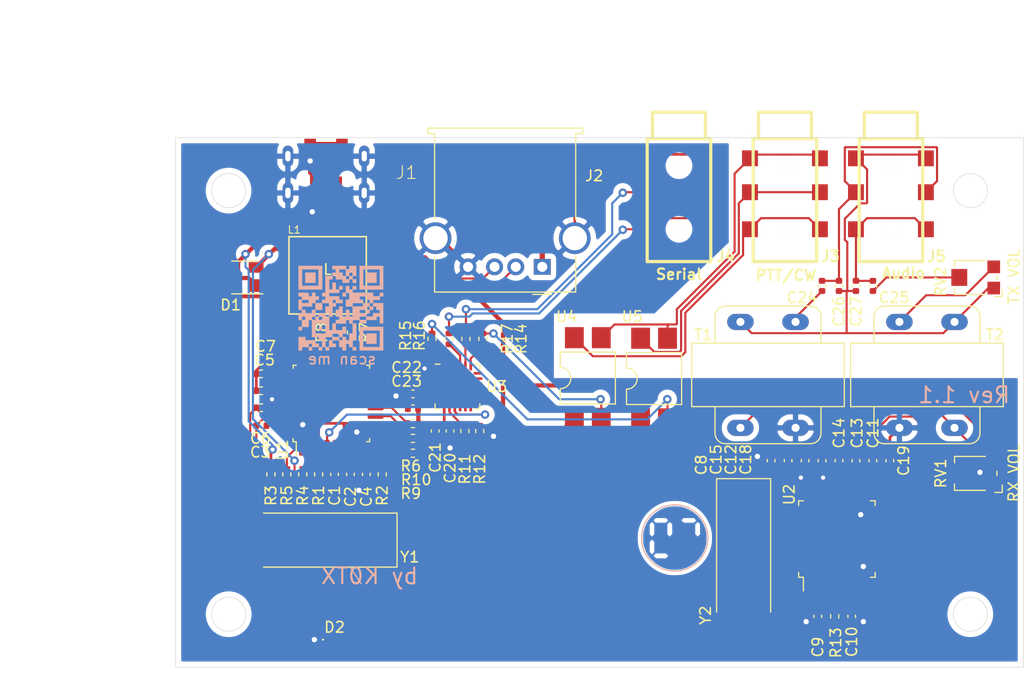
<source format=kicad_pcb>
(kicad_pcb (version 20171130) (host pcbnew "(5.1.8)-1")
  (layers (0 F.Cu signal) (31 B.Cu signal) (34 B.Paste user) (35 F.Paste user) (36 B.SilkS user) (37 F.SilkS user) (38 B.Mask user) (39 F.Mask user) (44 Edge.Cuts user))
  (net 0 "")
  (net 1 GND)
  (net 2 "Net-(R11-Pad2)")
  (net 3 +5V)
  (net 4 "Net-(R14-Pad2)")
  (net 5 +3V3)
  (net 6 "Net-(R16-Pad2)")
  (net 7 "Net-(R17-Pad2)")
  (net 8 "Net-(R15-Pad2)")
  (net 9 /~TX_LED)
  (net 10 /~RX_LED)
  (net 11 "Net-(U2-Pad15)")
  (net 12 "Net-(J3-PadT)")
  (net 13 "Net-(R15-Pad1)")
  (net 14 "Net-(J3-PadS)")
  (net 15 "Net-(J3-PadR)")
  (net 16 "Net-(C14-Pad1)")
  (net 17 "Net-(C18-Pad1)")
  (net 18 "Net-(C24-Pad2)")
  (net 19 "Net-(D2-Pad2)")
  (net 20 "Net-(J2-Pad3)")
  (net 21 "Net-(J2-Pad2)")
  (net 22 "Net-(R10-Pad2)")
  (net 23 "Net-(R7-Pad2)")
  (net 24 "Net-(R8-Pad2)")
  (net 25 "Net-(R9-Pad2)")
  (net 26 "Net-(R9-Pad1)")
  (net 27 "Net-(R10-Pad1)")
  (net 28 "Net-(J4-PadT)")
  (net 29 "Net-(J4-PadR)")
  (net 30 "Net-(U2-Pad32)")
  (net 31 "Net-(U2-Pad21)")
  (net 32 "Net-(U2-Pad17)")
  (net 33 "Net-(U2-Pad5)")
  (net 34 /COS)
  (net 35 /CTCSS)
  (net 36 "Net-(U3-Pad18)")
  (net 37 "Net-(U3-Pad17)")
  (net 38 "Net-(U3-Pad15)")
  (net 39 /PTT)
  (net 40 "Net-(U3-Pad12)")
  (net 41 "Net-(U3-Pad11)")
  (net 42 "Net-(U3-Pad1)")
  (net 43 /~RESET)
  (net 44 "Net-(C3-Pad1)")
  (net 45 "Net-(C6-Pad1)")
  (net 46 "Net-(C8-Pad1)")
  (net 47 "Net-(C9-Pad1)")
  (net 48 "Net-(C10-Pad1)")
  (net 49 "Net-(C11-Pad2)")
  (net 50 "Net-(C13-Pad2)")
  (net 51 "Net-(C13-Pad1)")
  (net 52 "Net-(C14-Pad2)")
  (net 53 "Net-(C25-Pad2)")
  (net 54 "Net-(R3-Pad1)")
  (net 55 "Net-(R4-Pad1)")
  (net 56 "Net-(R14-Pad1)")
  (net 57 "Net-(U1-Pad32)")
  (net 58 "Net-(U1-Pad24)")
  (net 59 "Net-(U1-Pad23)")
  (net 60 "Net-(U1-Pad21)")
  (net 61 "Net-(U1-Pad17)")
  (net 62 "Net-(U1-Pad16)")
  (net 63 "Net-(U1-Pad15)")
  (net 64 "Net-(U1-Pad13)")
  (net 65 "Net-(U1-Pad9)")
  (net 66 "Net-(U1-Pad5)")
  (net 67 "Net-(U2-Pad47)")
  (net 68 "Net-(U2-Pad46)")
  (net 69 "Net-(U2-Pad45)")
  (net 70 "Net-(U2-Pad44)")
  (net 71 "Net-(U2-Pad43)")
  (net 72 "Net-(U2-Pad40)")
  (net 73 "Net-(U2-Pad31)")
  (net 74 "Net-(U2-Pad25)")
  (net 75 "Net-(U2-Pad20)")
  (net 76 "Net-(U2-Pad19)")
  (net 77 "Net-(U2-Pad18)")
  (net 78 "Net-(U2-Pad12)")
  (net 79 "Net-(U2-Pad11)")
  (net 80 "Net-(U2-Pad6)")
  (net 81 "Net-(U2-Pad4)")
  (net 82 "Net-(U2-Pad3)")
  (net 83 "Net-(U2-Pad2)")
  (net 84 "Net-(U2-Pad1)")
  (net 85 "Net-(U3-Pad24)")
  (net 86 "Net-(U3-Pad22)")
  (net 87 "Net-(U3-Pad16)")
  (net 88 "Net-(U3-Pad10)")
  (net 89 "Net-(RV2-Pad3)")
  (net 90 "Net-(J1-Pad4)")
  (net 91 /RAW5V)
  (net 92 /AIN)
  (net 93 /AOUT)
  (net 94 /IGND)
  (net 95 /DP_RAW)
  (net 96 /DM_RAW)
  (module footprints:QR-code (layer F.Cu) (at 155.6 55.1)
    (fp_text reference Ref** hide)
    (fp_text value Val** hide)
  )
  (module footprints:digirig-logo-6mm (layer F.Cu) (at 187.1 76.8)
    (fp_text reference Ref** hide)
    (fp_text value Val** hide)
    (fp_poly (pts (xy 0.201786 -2.978045) (xy 0.47019 -2.956382) (xy 0.721251 -2.911151) (xy 0.965101 -2.840288) (xy 1.21187 -2.741731) (xy 1.322916 -2.689583) (xy 1.595655 -2.540767) (xy 1.838481 -2.373973) (xy 2.062615 -2.181244) (xy 2.122822 -2.122282) (xy 2.303094 -1.92864) (xy 2.45404 -1.737104) (xy 2.585582 -1.533909) (xy 2.698945 -1.322917) (xy 2.812024 -1.073308) (xy 2.896676 -0.833637) (xy 2.955073 -0.593511) (xy 2.989385 -0.342536) (xy 3.001784 -0.07032) (xy 2.999369 0.115259) (xy 2.992362 0.270493) (xy 2.981903 0.414684) (xy 2.968899 0.537675) (xy 2.954255 0.62931) (xy 2.953035 0.635) (xy 2.855632 0.981127) (xy 2.719872 1.309805) (xy 2.54672 1.619268) (xy 2.33714 1.90775) (xy 2.136509 2.129698) (xy 1.870166 2.367879) (xy 1.579879 2.571571) (xy 1.267898 2.739539) (xy 0.936474 2.870547) (xy 0.635 2.953294) (xy 0.536469 2.969253) (xy 0.406001 2.981935) (xy 0.253878 2.991136) (xy 0.090383 2.996656) (xy -0.0742 2.998291) (xy -0.229588 2.99584) (xy -0.365498 2.989101) (xy -0.471646 2.97787) (xy -0.486834 2.97535) (xy -0.834937 2.894738) (xy -1.158037 2.781123) (xy -1.459828 2.63262) (xy -1.744005 2.447347) (xy -2.014266 2.22342) (xy -2.075576 2.165545) (xy -2.282361 1.948363) (xy -2.455587 1.72662) (xy -2.483739 1.681411) (xy -2.010943 1.681411) (xy -1.889843 1.803789) (xy -1.768742 1.926166) (xy -0.834638 1.926166) (xy -0.719667 1.80975) (xy -0.604697 1.693333) (xy -0.719667 1.576916) (xy -0.834638 1.4605) (xy -1.787253 1.4605) (xy -1.899098 1.570955) (xy -2.010943 1.681411) (xy -2.483739 1.681411) (xy -2.603504 1.489086) (xy -2.678795 1.344083) (xy -2.778802 1.12309) (xy -2.855586 0.914968) (xy -2.915324 0.702131) (xy -2.935383 0.613833) (xy -2.953528 0.497652) (xy -2.96478 0.36897) (xy -2.370667 0.36897) (xy -2.370667 1.321585) (xy -2.260237 1.433404) (xy -2.149807 1.545224) (xy -1.926167 1.324362) (xy -1.926167 0.371747) (xy -2.036597 0.259928) (xy -2.147028 0.148109) (xy -2.258847 0.258539) (xy -2.370667 0.36897) (xy -2.96478 0.36897) (xy -2.966433 0.350069) (xy -2.974098 0.181691) (xy -2.976521 0.003122) (xy -2.9737 -0.175029) (xy -2.965634 -0.342158) (xy -2.95232 -0.487658) (xy -2.935571 -0.592667) (xy -2.849108 -0.909291) (xy -2.727238 -1.222165) (xy -2.6858 -1.303197) (xy -2.370667 -1.303197) (xy -2.370667 -0.350582) (xy -2.260237 -0.238762) (xy -2.149807 -0.126943) (xy -2.037987 -0.237374) (xy -1.926167 -0.347804) (xy -1.926167 -1.300419) (xy -0.6985 -1.300419) (xy -0.6985 -0.350582) (xy -0.588045 -0.238736) (xy -0.477589 -0.126891) (xy -0.355211 -0.247992) (xy -0.232834 -0.369092) (xy -0.232834 -1.281909) (xy 1.926166 -1.281909) (xy 1.926166 -0.371645) (xy 2.04721 -0.249324) (xy 2.168255 -0.127003) (xy 2.280044 -0.237404) (xy 2.391833 -0.347804) (xy 2.391833 -1.300419) (xy 2.281377 -1.412265) (xy 2.170921 -1.52411) (xy 2.048544 -1.403009) (xy 1.926166 -1.281909) (xy -0.232834 -1.281909) (xy -0.355211 -1.403009) (xy -0.477589 -1.52411) (xy -0.588045 -1.412265) (xy -0.6985 -1.300419) (xy -1.926167 -1.300419) (xy -2.036597 -1.412239) (xy -2.147028 -1.524058) (xy -2.258847 -1.413627) (xy -2.370667 -1.303197) (xy -2.6858 -1.303197) (xy -2.575043 -1.51978) (xy -2.482642 -1.662973) (xy -2.010891 -1.662973) (xy -1.900461 -1.551154) (xy -1.79003 -1.439334) (xy -0.837415 -1.439334) (xy -0.725596 -1.549764) (xy -0.613776 -1.660194) (xy -0.625528 -1.672094) (xy 0.625935 -1.672094) (xy 0.855803 -1.439334) (xy 1.808418 -1.439334) (xy 1.920238 -1.549764) (xy 2.032057 -1.660194) (xy 1.921626 -1.772014) (xy 1.811196 -1.883834) (xy 0.834491 -1.883834) (xy 0.625935 -1.672094) (xy -0.625528 -1.672094) (xy -0.834638 -1.883834) (xy -1.787253 -1.883834) (xy -1.899072 -1.773404) (xy -2.010891 -1.662973) (xy -2.482642 -1.662973) (xy -2.420257 -1.759648) (xy -2.25332 -1.965215) (xy -2.054022 -2.166714) (xy -1.832133 -2.35592) (xy -1.597422 -2.524612) (xy -1.359657 -2.664568) (xy -1.322917 -2.68328) (xy -1.084664 -2.790575) (xy -0.850585 -2.871143) (xy -0.609587 -2.927647) (xy -0.350576 -2.962748) (xy -0.094093 -2.978204) (xy 0.201786 -2.978045)) (layer B.Cu) (width 0.01))
  )
  (module footprints:USB_MICRO_A01SB141B1-298 (layer F.Cu) (at 154.2 38.6 180)
    (fp_text reference J1 (at -6.5 -4.4) (layer F.SilkS) (effects (font (size 1.2065 1.2065) (thickness 0.09652)) (justify left bottom)))
    (fp_text value USB_B_Micro)
    (pad 6 smd rect (at 1.5 -1 180) (size 1.1 1) (layers F.Cu F.Paste F.Mask) (net 1 GND))
    (pad 6 smd rect (at -1.5 -1 180) (size 1.1 1) (layers F.Cu F.Paste F.Mask) (net 1 GND))
    (pad 3 smd rect (at 0 -5.15 180) (size 0.4 2.15) (layers F.Cu F.Paste F.Mask) (net 95 /DP_RAW))
    (pad 4 smd rect (at 0.65 -5.15 180) (size 0.4 2.15) (layers F.Cu F.Paste F.Mask) (net 90 "Net-(J1-Pad4)"))
    (pad 5 smd rect (at 1.3 -5.15 180) (size 0.4 2.15) (layers F.Cu F.Paste F.Mask) (net 1 GND))
    (pad 2 smd rect (at -0.65 -5.15 180) (size 0.4 2.15) (layers F.Cu F.Paste F.Mask) (net 96 /DM_RAW))
    (pad 1 smd rect (at -1.3 -5.15 180) (size 0.4 2.15) (layers F.Cu F.Paste F.Mask) (net 91 /RAW5V))
    (pad 6 thru_hole oval (at 3.6 -2.15 270) (size 2 1) (drill oval 1 0.5) (layers *.Cu *.Mask F.Paste) (net 1 GND))
    (pad 6 thru_hole oval (at -3.6 -2.15 270) (size 2 1) (drill oval 1 0.5) (layers *.Cu *.Mask F.Paste) (net 1 GND))
    (pad 6 thru_hole oval (at 3.6 -5.62 270) (size 2 1) (drill oval 1 0.5) (layers *.Cu *.Mask F.Paste) (net 1 GND))
    (pad 6 thru_hole oval (at -3.6 -5.62 270) (size 2 1) (drill oval 1 0.5) (layers *.Cu *.Mask F.Paste) (net 1 GND))
    (pad "" np_thru_hole circle (at 2 -4.25 180) (size 0.55 0.55) (drill 0.55) (layers *.Cu *.Mask))
    (pad "" np_thru_hole circle (at -2 -4.3 180) (size 0.55 0.55) (drill 0.55) (layers *.Cu *.Mask))
  )
  (module Crystal:Crystal_SMD_HC49-SD (layer F.Cu) (at 193.6 77.9 270)
    (fp_text reference Y2 (at 6.2 3.6 90) (layer F.SilkS))
    (fp_text value 12MHz)
    (pad 2 smd rect (at 4.25 0 270) (size 4.5 2) (layers F.Cu F.Paste F.Mask) (net 48 "Net-(C10-Pad1)"))
    (pad 1 smd rect (at -4.25 0 270) (size 4.5 2) (layers F.Cu F.Paste F.Mask) (net 47 "Net-(C9-Pad1)"))
  )
  (module Crystal:Crystal_SMD_HC49-SD (layer F.Cu) (at 154.2 77 180)
    (fp_text reference Y1 (at -7.9 -1.6) (layer F.SilkS))
    (fp_text value 6MHz)
    (pad 2 smd rect (at 4.25 0 180) (size 4.5 2) (layers F.Cu F.Paste F.Mask) (net 45 "Net-(C6-Pad1)"))
    (pad 1 smd rect (at -4.25 0 180) (size 4.5 2) (layers F.Cu F.Paste F.Mask) (net 44 "Net-(C3-Pad1)"))
  )
  (module footprints:Audio_Transformer (layer F.Cu) (at 210.9 61.4 90)
    (fp_text reference T2 (at 3.8 6.4 180) (layer F.SilkS))
    (fp_text value "600/600 Audio")
    (pad 4 thru_hole oval (at 5 2.6 90) (size 1.524 2.5) (drill 0.762) (layers *.Cu *.Mask) (net 94 /IGND))
    (pad 3 thru_hole oval (at 5 -2.6 90) (size 1.524 2.5) (drill 0.762) (layers *.Cu *.Mask) (net 89 "Net-(RV2-Pad3)"))
    (pad 2 thru_hole oval (at -5 2.6 90) (size 1.524 2.5) (drill 0.762) (layers *.Cu *.Mask) (net 16 "Net-(C14-Pad1)"))
    (pad 1 thru_hole oval (at -5 -2.6 90) (size 1.524 2.5) (drill 0.762) (layers *.Cu *.Mask) (net 1 GND))
  )
  (module footprints:Audio_Transformer (layer F.Cu) (at 195.9 61.4 90)
    (fp_text reference T1 (at 3.8 -6.1 180) (layer F.SilkS))
    (fp_text value "600/600 Audio")
    (pad 4 thru_hole oval (at 5 2.6 90) (size 1.524 2.5) (drill 0.762) (layers *.Cu *.Mask) (net 18 "Net-(C24-Pad2)"))
    (pad 3 thru_hole oval (at 5 -2.6 90) (size 1.524 2.5) (drill 0.762) (layers *.Cu *.Mask) (net 94 /IGND))
    (pad 2 thru_hole oval (at -5 2.6 90) (size 1.524 2.5) (drill 0.762) (layers *.Cu *.Mask) (net 1 GND))
    (pad 1 thru_hole oval (at -5 -2.6 90) (size 1.524 2.5) (drill 0.762) (layers *.Cu *.Mask) (net 17 "Net-(C18-Pad1)"))
  )
  (module footprints:jack_3.5_pj313d-smt (layer F.Cu) (at 207.5 44.9 180)
    (fp_text reference J5 (at -4.3 -5.3) (layer F.SilkS) (effects (font (size 0.99822 0.99822) (thickness 0.19812))))
    (fp_text value Audio (at -1.2 -6.9) (layer F.SilkS) (effects (font (size 0.99822 0.99822) (thickness 0.19812))))
    (pad "" np_thru_hole circle (at 0 3.25 180) (size 1.5 1.5) (drill 1.5) (layers *.Cu *.Mask F.SilkS))
    (pad "" np_thru_hole circle (at 0 -2.75 180) (size 1.5 1.5) (drill 1.5) (layers *.Cu *.Mask F.SilkS))
    (pad S smd rect (at -3.3 3.95 180) (size 1.5 1.5) (layers F.Cu F.Paste F.Mask) (net 94 /IGND))
    (pad T smd rect (at -3.3 -2.75 180) (size 1.5 1.5) (layers F.Cu F.Paste F.Mask) (net 93 /AOUT))
    (pad R smd rect (at -3.3 0.75 180) (size 1.5 1.5) (layers F.Cu F.Paste F.Mask) (net 92 /AIN))
    (pad S smd rect (at 3.3 3.95 180) (size 1.5 1.5) (layers F.Cu F.Paste F.Mask) (net 94 /IGND))
    (pad R smd rect (at 3.3 0.75 180) (size 1.5 1.5) (layers F.Cu F.Paste F.Mask) (net 92 /AIN))
    (pad T smd rect (at 3.3 -2.75 180) (size 1.5 1.5) (layers F.Cu F.Paste F.Mask) (net 93 /AOUT))
  )
  (module footprints:jack_3.5_pj313d-smt (layer F.Cu) (at 197.5 44.9 180)
    (fp_text reference J3 (at -4.3 -5.3) (layer F.SilkS) (effects (font (size 0.99822 0.99822) (thickness 0.19812))))
    (fp_text value PTT/CW (at -0.1 -7.1) (layer F.SilkS) (effects (font (size 0.99822 0.99822) (thickness 0.19812))))
    (pad "" np_thru_hole circle (at 0 3.25 180) (size 1.5 1.5) (drill 1.5) (layers *.Cu *.Mask F.SilkS))
    (pad "" np_thru_hole circle (at 0 -2.75 180) (size 1.5 1.5) (drill 1.5) (layers *.Cu *.Mask F.SilkS))
    (pad S smd rect (at -3.3 3.95 180) (size 1.5 1.5) (layers F.Cu F.Paste F.Mask) (net 14 "Net-(J3-PadS)"))
    (pad T smd rect (at -3.3 -2.75 180) (size 1.5 1.5) (layers F.Cu F.Paste F.Mask) (net 12 "Net-(J3-PadT)"))
    (pad R smd rect (at -3.3 0.75 180) (size 1.5 1.5) (layers F.Cu F.Paste F.Mask) (net 15 "Net-(J3-PadR)"))
    (pad S smd rect (at 3.3 3.95 180) (size 1.5 1.5) (layers F.Cu F.Paste F.Mask) (net 14 "Net-(J3-PadS)"))
    (pad R smd rect (at 3.3 0.75 180) (size 1.5 1.5) (layers F.Cu F.Paste F.Mask) (net 15 "Net-(J3-PadR)"))
    (pad T smd rect (at 3.3 -2.75 180) (size 1.5 1.5) (layers F.Cu F.Paste F.Mask) (net 12 "Net-(J3-PadT)"))
  )
  (module footprints:jack_3.5_pj313d-smt (layer F.Cu) (at 187.5 44.9 180)
    (fp_text reference J4 (at -4.4 -5.3) (layer F.SilkS) (effects (font (size 0.99822 0.99822) (thickness 0.19812))))
    (fp_text value Serial (at 0 -7) (layer F.SilkS) (effects (font (size 0.99822 0.99822) (thickness 0.19812))))
    (pad "" np_thru_hole circle (at 0 3.25 180) (size 1.5 1.5) (drill 1.5) (layers *.Cu *.Mask F.SilkS))
    (pad "" np_thru_hole circle (at 0 -2.75 180) (size 1.5 1.5) (drill 1.5) (layers *.Cu *.Mask F.SilkS))
    (pad S smd rect (at -3.3 3.95 180) (size 1.5 1.5) (layers F.Cu F.Paste F.Mask) (net 1 GND))
    (pad T smd rect (at -3.3 -2.75 180) (size 1.5 1.5) (layers F.Cu F.Paste F.Mask) (net 28 "Net-(J4-PadT)"))
    (pad R smd rect (at -3.3 0.75 180) (size 1.5 1.5) (layers F.Cu F.Paste F.Mask) (net 29 "Net-(J4-PadR)"))
    (pad S smd rect (at 3.3 3.95 180) (size 1.5 1.5) (layers F.Cu F.Paste F.Mask) (net 1 GND))
    (pad R smd rect (at 3.3 0.75 180) (size 1.5 1.5) (layers F.Cu F.Paste F.Mask) (net 29 "Net-(J4-PadR)"))
    (pad T smd rect (at 3.3 -2.75 180) (size 1.5 1.5) (layers F.Cu F.Paste F.Mask) (net 28 "Net-(J4-PadT)"))
  )
  (module Capacitor_SMD:C_0402_1005Metric (layer F.Cu) (at 204.2 69.5 270)
    (fp_text reference C13 (at -2.6 -0.1 90) (layer F.SilkS))
    (fp_text value 10uF)
    (pad 2 smd roundrect (at 0.48 0 270) (size 0.56 0.62) (layers F.Cu F.Paste F.Mask) (net 50 "Net-(C13-Pad2)"))
    (pad 1 smd roundrect (at -0.48 0 270) (size 0.56 0.62) (layers F.Cu F.Paste F.Mask) (net 51 "Net-(C13-Pad1)"))
  )
  (module Capacitor_SMD:C_0402_1005Metric (layer F.Cu) (at 165.9 66.7 270)
    (fp_text reference C20 (at 3.5 0 90) (layer F.SilkS))
    (fp_text value 10uF)
    (pad 2 smd roundrect (at 0.48 0 270) (size 0.56 0.62) (layers F.Cu F.Paste F.Mask) (net 1 GND))
    (pad 1 smd roundrect (at -0.48 0 270) (size 0.56 0.62) (layers F.Cu F.Paste F.Mask) (net 3 +5V))
  )
  (module Package_DIP:SMDIP-4_W7.62mm (layer F.Cu) (at 185.15 61.75 90)
    (fp_text reference U5 (at 5.85 -2.05 180) (layer F.SilkS))
    (fp_text value PC817)
    (pad 4 smd rect (at 3.81 -1.27 90) (size 2 1.78) (layers F.Cu F.Paste F.Mask) (net 15 "Net-(J3-PadR)"))
    (pad 2 smd rect (at -3.81 1.27 90) (size 2 1.78) (layers F.Cu F.Paste F.Mask) (net 13 "Net-(R15-Pad1)"))
    (pad 3 smd rect (at 3.81 1.27 90) (size 2 1.78) (layers F.Cu F.Paste F.Mask) (net 14 "Net-(J3-PadS)"))
    (pad 1 smd rect (at -3.81 -1.27 90) (size 2 1.78) (layers F.Cu F.Paste F.Mask) (net 5 +3V3))
  )
  (module Package_DIP:SMDIP-4_W7.62mm (layer F.Cu) (at 178.9 61.7 90)
    (fp_text reference U4 (at 5.8 -2 180) (layer F.SilkS))
    (fp_text value PC817)
    (pad 4 smd rect (at 3.81 -1.27 90) (size 2 1.78) (layers F.Cu F.Paste F.Mask) (net 12 "Net-(J3-PadT)"))
    (pad 2 smd rect (at -3.81 1.27 90) (size 2 1.78) (layers F.Cu F.Paste F.Mask) (net 56 "Net-(R14-Pad1)"))
    (pad 3 smd rect (at 3.81 1.27 90) (size 2 1.78) (layers F.Cu F.Paste F.Mask) (net 14 "Net-(J3-PadS)"))
    (pad 1 smd rect (at -3.81 -1.27 90) (size 2 1.78) (layers F.Cu F.Paste F.Mask) (net 5 +3V3))
  )
  (module Potentiometer_SMD:Potentiometer_Bourns_TC33X_Vertical (layer F.Cu) (at 215.4 52.2 180)
    (fp_text reference RV2 (at 3.2 -0.4 90) (layer F.SilkS))
    (fp_text value 10K)
    (pad 2 smd rect (at 1.45 0 180) (size 1.5 1.6) (layers F.Cu F.Paste F.Mask) (net 53 "Net-(C25-Pad2)"))
    (pad 3 smd rect (at -1.8 1 180) (size 1.2 1.2) (layers F.Cu F.Paste F.Mask) (net 89 "Net-(RV2-Pad3)"))
    (pad 1 smd rect (at -1.8 -1 180) (size 1.2 1.2) (layers F.Cu F.Paste F.Mask) (net 94 /IGND))
  )
  (module Potentiometer_SMD:Potentiometer_Bourns_TC33X_Vertical (layer F.Cu) (at 215.4 70.7 180)
    (fp_text reference RV1 (at 3.2 0 90) (layer F.SilkS))
    (fp_text value 10K)
    (pad 2 smd rect (at 1.45 0 180) (size 1.5 1.6) (layers F.Cu F.Paste F.Mask) (net 51 "Net-(C13-Pad1)"))
    (pad 3 smd rect (at -1.8 1 180) (size 1.2 1.2) (layers F.Cu F.Paste F.Mask) (net 17 "Net-(C18-Pad1)"))
    (pad 1 smd rect (at -1.8 -1 180) (size 1.2 1.2) (layers F.Cu F.Paste F.Mask) (net 1 GND))
  )
  (module Capacitor_SMD:C_0402_1005Metric (layer F.Cu) (at 164.5 66.7 270)
    (fp_text reference C21 (at 2.5 0 90) (layer F.SilkS))
    (fp_text value 100nF)
    (pad 2 smd roundrect (at 0.48 0 270) (size 0.56 0.62) (layers F.Cu F.Paste F.Mask) (net 1 GND))
    (pad 1 smd roundrect (at -0.48 0 270) (size 0.56 0.62) (layers F.Cu F.Paste F.Mask) (net 3 +5V))
  )
  (module Capacitor_SMD:C_0402_1005Metric (layer F.Cu) (at 148.1 61.3)
    (fp_text reference C7 (at 0.4 -2.6) (layer F.SilkS))
    (fp_text value 100nF)
    (pad 2 smd roundrect (at 0.48 0) (size 0.56 0.62) (layers F.Cu F.Paste F.Mask) (net 1 GND))
    (pad 1 smd roundrect (at -0.48 0) (size 0.56 0.62) (layers F.Cu F.Paste F.Mask) (net 5 +3V3))
  )
  (module Capacitor_SMD:C_0402_1005Metric (layer F.Cu) (at 148.1 62.9)
    (fp_text reference C5 (at 0.3 -2.9) (layer F.SilkS))
    (fp_text value 10uF)
    (pad 2 smd roundrect (at 0.48 0) (size 0.56 0.62) (layers F.Cu F.Paste F.Mask) (net 1 GND))
    (pad 1 smd roundrect (at -0.48 0) (size 0.56 0.62) (layers F.Cu F.Paste F.Mask) (net 5 +3V3))
  )
  (module Capacitor_SMD:C_0402_1005Metric (layer F.Cu) (at 158 70.8 270)
    (fp_text reference C4 (at 2.1 0 90) (layer F.SilkS))
    (fp_text value 100nF)
    (pad 2 smd roundrect (at 0.48 0 270) (size 0.56 0.62) (layers F.Cu F.Paste F.Mask) (net 1 GND))
    (pad 1 smd roundrect (at -0.48 0 270) (size 0.56 0.62) (layers F.Cu F.Paste F.Mask) (net 5 +3V3))
  )
  (module Capacitor_SMD:C_0402_1005Metric (layer F.Cu) (at 156.5 70.8 270)
    (fp_text reference C2 (at 2.1 0 90) (layer F.SilkS))
    (fp_text value 10uF)
    (pad 2 smd roundrect (at 0.48 0 270) (size 0.56 0.62) (layers F.Cu F.Paste F.Mask) (net 1 GND))
    (pad 1 smd roundrect (at -0.48 0 270) (size 0.56 0.62) (layers F.Cu F.Paste F.Mask) (net 5 +3V3))
  )
  (module Package_QFP:LQFP-48_7x7mm_P0.5mm (layer F.Cu) (at 202.4 76.9 90)
    (fp_text reference U2 (at 4.2 -4.5 90) (layer F.SilkS))
    (fp_text value CM108)
    (pad 48 smd roundrect (at -2.75 -4.1625 90) (size 0.3 1.475) (layers F.Cu F.Paste F.Mask) (net 34 /COS))
    (pad 47 smd roundrect (at -2.25 -4.1625 90) (size 0.3 1.475) (layers F.Cu F.Paste F.Mask) (net 67 "Net-(U2-Pad47)"))
    (pad 46 smd roundrect (at -1.75 -4.1625 90) (size 0.3 1.475) (layers F.Cu F.Paste F.Mask) (net 68 "Net-(U2-Pad46)"))
    (pad 45 smd roundrect (at -1.25 -4.1625 90) (size 0.3 1.475) (layers F.Cu F.Paste F.Mask) (net 69 "Net-(U2-Pad45)"))
    (pad 44 smd roundrect (at -0.75 -4.1625 90) (size 0.3 1.475) (layers F.Cu F.Paste F.Mask) (net 70 "Net-(U2-Pad44)"))
    (pad 43 smd roundrect (at -0.25 -4.1625 90) (size 0.3 1.475) (layers F.Cu F.Paste F.Mask) (net 71 "Net-(U2-Pad43)"))
    (pad 42 smd roundrect (at 0.25 -4.1625 90) (size 0.3 1.475) (layers F.Cu F.Paste F.Mask) (net 26 "Net-(R9-Pad1)"))
    (pad 41 smd roundrect (at 0.75 -4.1625 90) (size 0.3 1.475) (layers F.Cu F.Paste F.Mask) (net 27 "Net-(R10-Pad1)"))
    (pad 40 smd roundrect (at 1.25 -4.1625 90) (size 0.3 1.475) (layers F.Cu F.Paste F.Mask) (net 72 "Net-(U2-Pad40)"))
    (pad 39 smd roundrect (at 1.75 -4.1625 90) (size 0.3 1.475) (layers F.Cu F.Paste F.Mask) (net 35 /CTCSS))
    (pad 38 smd roundrect (at 2.25 -4.1625 90) (size 0.3 1.475) (layers F.Cu F.Paste F.Mask) (net 46 "Net-(C8-Pad1)"))
    (pad 37 smd roundrect (at 2.75 -4.1625 90) (size 0.3 1.475) (layers F.Cu F.Paste F.Mask) (net 46 "Net-(C8-Pad1)"))
    (pad 36 smd roundrect (at 4.1625 -2.75 90) (size 1.475 0.3) (layers F.Cu F.Paste F.Mask) (net 1 GND))
    (pad 35 smd roundrect (at 4.1625 -2.25 90) (size 1.475 0.3) (layers F.Cu F.Paste F.Mask) (net 3 +5V))
    (pad 34 smd roundrect (at 4.1625 -1.75 90) (size 1.475 0.3) (layers F.Cu F.Paste F.Mask) (net 3 +5V))
    (pad 33 smd roundrect (at 4.1625 -1.25 90) (size 1.475 0.3) (layers F.Cu F.Paste F.Mask) (net 1 GND))
    (pad 32 smd roundrect (at 4.1625 -0.75 90) (size 1.475 0.3) (layers F.Cu F.Paste F.Mask) (net 30 "Net-(U2-Pad32)"))
    (pad 31 smd roundrect (at 4.1625 -0.25 90) (size 1.475 0.3) (layers F.Cu F.Paste F.Mask) (net 73 "Net-(U2-Pad31)"))
    (pad 30 smd roundrect (at 4.1625 0.25 90) (size 1.475 0.3) (layers F.Cu F.Paste F.Mask) (net 52 "Net-(C14-Pad2)"))
    (pad 29 smd roundrect (at 4.1625 0.75 90) (size 1.475 0.3) (layers F.Cu F.Paste F.Mask) (net 3 +5V))
    (pad 28 smd roundrect (at 4.1625 1.25 90) (size 1.475 0.3) (layers F.Cu F.Paste F.Mask) (net 1 GND))
    (pad 27 smd roundrect (at 4.1625 1.75 90) (size 1.475 0.3) (layers F.Cu F.Paste F.Mask) (net 50 "Net-(C13-Pad2)"))
    (pad 26 smd roundrect (at 4.1625 2.25 90) (size 1.475 0.3) (layers F.Cu F.Paste F.Mask) (net 49 "Net-(C11-Pad2)"))
    (pad 25 smd roundrect (at 4.1625 2.75 90) (size 1.475 0.3) (layers F.Cu F.Paste F.Mask) (net 74 "Net-(U2-Pad25)"))
    (pad 24 smd roundrect (at 2.75 4.1625 90) (size 0.3 1.475) (layers F.Cu F.Paste F.Mask) (net 1 GND))
    (pad 23 smd roundrect (at 2.25 4.1625 90) (size 0.3 1.475) (layers F.Cu F.Paste F.Mask) (net 1 GND))
    (pad 22 smd roundrect (at 1.75 4.1625 90) (size 0.3 1.475) (layers F.Cu F.Paste F.Mask) (net 1 GND))
    (pad 21 smd roundrect (at 1.25 4.1625 90) (size 0.3 1.475) (layers F.Cu F.Paste F.Mask) (net 31 "Net-(U2-Pad21)"))
    (pad 20 smd roundrect (at 0.75 4.1625 90) (size 0.3 1.475) (layers F.Cu F.Paste F.Mask) (net 75 "Net-(U2-Pad20)"))
    (pad 19 smd roundrect (at 0.25 4.1625 90) (size 0.3 1.475) (layers F.Cu F.Paste F.Mask) (net 76 "Net-(U2-Pad19)"))
    (pad 18 smd roundrect (at -0.25 4.1625 90) (size 0.3 1.475) (layers F.Cu F.Paste F.Mask) (net 77 "Net-(U2-Pad18)"))
    (pad 17 smd roundrect (at -0.75 4.1625 90) (size 0.3 1.475) (layers F.Cu F.Paste F.Mask) (net 32 "Net-(U2-Pad17)"))
    (pad 16 smd roundrect (at -1.25 4.1625 90) (size 0.3 1.475) (layers F.Cu F.Paste F.Mask) (net 1 GND))
    (pad 15 smd roundrect (at -1.75 4.1625 90) (size 0.3 1.475) (layers F.Cu F.Paste F.Mask) (net 11 "Net-(U2-Pad15)"))
    (pad 14 smd roundrect (at -2.25 4.1625 90) (size 0.3 1.475) (layers F.Cu F.Paste F.Mask) (net 1 GND))
    (pad 13 smd roundrect (at -2.75 4.1625 90) (size 0.3 1.475) (layers F.Cu F.Paste F.Mask) (net 39 /PTT))
    (pad 12 smd roundrect (at -4.1625 2.75 90) (size 1.475 0.3) (layers F.Cu F.Paste F.Mask) (net 78 "Net-(U2-Pad12)"))
    (pad 11 smd roundrect (at -4.1625 2.25 90) (size 1.475 0.3) (layers F.Cu F.Paste F.Mask) (net 79 "Net-(U2-Pad11)"))
    (pad 10 smd roundrect (at -4.1625 1.75 90) (size 1.475 0.3) (layers F.Cu F.Paste F.Mask) (net 1 GND))
    (pad 9 smd roundrect (at -4.1625 1.25 90) (size 1.475 0.3) (layers F.Cu F.Paste F.Mask) (net 48 "Net-(C10-Pad1)"))
    (pad 8 smd roundrect (at -4.1625 0.75 90) (size 1.475 0.3) (layers F.Cu F.Paste F.Mask) (net 47 "Net-(C9-Pad1)"))
    (pad 7 smd roundrect (at -4.1625 0.25 90) (size 1.475 0.3) (layers F.Cu F.Paste F.Mask) (net 46 "Net-(C8-Pad1)"))
    (pad 6 smd roundrect (at -4.1625 -0.25 90) (size 1.475 0.3) (layers F.Cu F.Paste F.Mask) (net 80 "Net-(U2-Pad6)"))
    (pad 5 smd roundrect (at -4.1625 -0.75 90) (size 1.475 0.3) (layers F.Cu F.Paste F.Mask) (net 33 "Net-(U2-Pad5)"))
    (pad 4 smd roundrect (at -4.1625 -1.25 90) (size 1.475 0.3) (layers F.Cu F.Paste F.Mask) (net 81 "Net-(U2-Pad4)"))
    (pad 3 smd roundrect (at -4.1625 -1.75 90) (size 1.475 0.3) (layers F.Cu F.Paste F.Mask) (net 82 "Net-(U2-Pad3)"))
    (pad 2 smd roundrect (at -4.1625 -2.25 90) (size 1.475 0.3) (layers F.Cu F.Paste F.Mask) (net 83 "Net-(U2-Pad2)"))
    (pad 1 smd roundrect (at -4.1625 -2.75 90) (size 1.475 0.3) (layers F.Cu F.Paste F.Mask) (net 84 "Net-(U2-Pad1)"))
  )
  (module Package_QFP:LQFP-32_7x7mm_P0.8mm (layer F.Cu) (at 154.7 64.1 90)
    (fp_text reference U1 (at -4.4 -4.6 90) (layer F.SilkS))
    (fp_text value TUSB2046)
    (pad 32 smd roundrect (at -2.8 -4.175 90) (size 0.5 1.5) (layers F.Cu F.Paste F.Mask) (net 57 "Net-(U1-Pad32)"))
    (pad 31 smd roundrect (at -2 -4.175 90) (size 0.5 1.5) (layers F.Cu F.Paste F.Mask) (net 1 GND))
    (pad 30 smd roundrect (at -1.2 -4.175 90) (size 0.5 1.5) (layers F.Cu F.Paste F.Mask) (net 44 "Net-(C3-Pad1)"))
    (pad 29 smd roundrect (at -0.4 -4.175 90) (size 0.5 1.5) (layers F.Cu F.Paste F.Mask) (net 45 "Net-(C6-Pad1)"))
    (pad 28 smd roundrect (at 0.4 -4.175 90) (size 0.5 1.5) (layers F.Cu F.Paste F.Mask) (net 1 GND))
    (pad 27 smd roundrect (at 1.2 -4.175 90) (size 0.5 1.5) (layers F.Cu F.Paste F.Mask) (net 1 GND))
    (pad 26 smd roundrect (at 2 -4.175 90) (size 0.5 1.5) (layers F.Cu F.Paste F.Mask) (net 5 +3V3))
    (pad 25 smd roundrect (at 2.8 -4.175 90) (size 0.5 1.5) (layers F.Cu F.Paste F.Mask) (net 5 +3V3))
    (pad 24 smd roundrect (at 4.175 -2.8 90) (size 1.5 0.5) (layers F.Cu F.Paste F.Mask) (net 58 "Net-(U1-Pad24)"))
    (pad 23 smd roundrect (at 4.175 -2 90) (size 1.5 0.5) (layers F.Cu F.Paste F.Mask) (net 59 "Net-(U1-Pad23)"))
    (pad 22 smd roundrect (at 4.175 -1.2 90) (size 1.5 0.5) (layers F.Cu F.Paste F.Mask) (net 5 +3V3))
    (pad 21 smd roundrect (at 4.175 -0.4 90) (size 1.5 0.5) (layers F.Cu F.Paste F.Mask) (net 60 "Net-(U1-Pad21)"))
    (pad 20 smd roundrect (at 4.175 0.4 90) (size 1.5 0.5) (layers F.Cu F.Paste F.Mask) (net 24 "Net-(R8-Pad2)"))
    (pad 19 smd roundrect (at 4.175 1.2 90) (size 1.5 0.5) (layers F.Cu F.Paste F.Mask) (net 23 "Net-(R7-Pad2)"))
    (pad 18 smd roundrect (at 4.175 2 90) (size 1.5 0.5) (layers F.Cu F.Paste F.Mask) (net 5 +3V3))
    (pad 17 smd roundrect (at 4.175 2.8 90) (size 1.5 0.5) (layers F.Cu F.Paste F.Mask) (net 61 "Net-(U1-Pad17)"))
    (pad 16 smd roundrect (at 2.8 4.175 90) (size 0.5 1.5) (layers F.Cu F.Paste F.Mask) (net 62 "Net-(U1-Pad16)"))
    (pad 15 smd roundrect (at 2 4.175 90) (size 0.5 1.5) (layers F.Cu F.Paste F.Mask) (net 63 "Net-(U1-Pad15)"))
    (pad 14 smd roundrect (at 1.2 4.175 90) (size 0.5 1.5) (layers F.Cu F.Paste F.Mask) (net 5 +3V3))
    (pad 13 smd roundrect (at 0.4 4.175 90) (size 0.5 1.5) (layers F.Cu F.Paste F.Mask) (net 64 "Net-(U1-Pad13)"))
    (pad 12 smd roundrect (at -0.4 4.175 90) (size 0.5 1.5) (layers F.Cu F.Paste F.Mask) (net 22 "Net-(R10-Pad2)"))
    (pad 11 smd roundrect (at -1.2 4.175 90) (size 0.5 1.5) (layers F.Cu F.Paste F.Mask) (net 25 "Net-(R9-Pad2)"))
    (pad 10 smd roundrect (at -2 4.175 90) (size 0.5 1.5) (layers F.Cu F.Paste F.Mask) (net 5 +3V3))
    (pad 9 smd roundrect (at -2.8 4.175 90) (size 0.5 1.5) (layers F.Cu F.Paste F.Mask) (net 65 "Net-(U1-Pad9)"))
    (pad 8 smd roundrect (at -4.175 2.8 90) (size 1.5 0.5) (layers F.Cu F.Paste F.Mask) (net 1 GND))
    (pad 7 smd roundrect (at -4.175 2 90) (size 1.5 0.5) (layers F.Cu F.Paste F.Mask) (net 1 GND))
    (pad 6 smd roundrect (at -4.175 1.2 90) (size 1.5 0.5) (layers F.Cu F.Paste F.Mask) (net 5 +3V3))
    (pad 5 smd roundrect (at -4.175 0.4 90) (size 1.5 0.5) (layers F.Cu F.Paste F.Mask) (net 66 "Net-(U1-Pad5)"))
    (pad 4 smd roundrect (at -4.175 -0.4 90) (size 1.5 0.5) (layers F.Cu F.Paste F.Mask) (net 43 /~RESET))
    (pad 3 smd roundrect (at -4.175 -1.2 90) (size 1.5 0.5) (layers F.Cu F.Paste F.Mask) (net 5 +3V3))
    (pad 2 smd roundrect (at -4.175 -2 90) (size 1.5 0.5) (layers F.Cu F.Paste F.Mask) (net 55 "Net-(R4-Pad1)"))
    (pad 1 smd roundrect (at -4.175 -2.8 90) (size 1.5 0.5) (layers F.Cu F.Paste F.Mask) (net 54 "Net-(R3-Pad1)"))
  )
  (module Resistor_SMD:R_0402_1005Metric (layer F.Cu) (at 167.4 58 270)
    (fp_text reference R17 (at 0 -3.9 90) (layer F.SilkS))
    (fp_text value 33)
    (pad 2 smd roundrect (at 0.51 0 270) (size 0.54 0.64) (layers F.Cu F.Paste F.Mask) (net 7 "Net-(R17-Pad2)"))
    (pad 1 smd roundrect (at -0.51 0 270) (size 0.54 0.64) (layers F.Cu F.Paste F.Mask) (net 29 "Net-(J4-PadR)"))
  )
  (module Resistor_SMD:R_0402_1005Metric (layer F.Cu) (at 165.8 58 270)
    (fp_text reference R16 (at -0.3 2.8 90) (layer F.SilkS))
    (fp_text value 33)
    (pad 2 smd roundrect (at 0.51 0 270) (size 0.54 0.64) (layers F.Cu F.Paste F.Mask) (net 6 "Net-(R16-Pad2)"))
    (pad 1 smd roundrect (at -0.51 0 270) (size 0.54 0.64) (layers F.Cu F.Paste F.Mask) (net 28 "Net-(J4-PadT)"))
  )
  (module Resistor_SMD:R_0402_1005Metric (layer F.Cu) (at 164.2 58 270)
    (fp_text reference R15 (at -0.3 2.5 90) (layer F.SilkS))
    (fp_text value 470)
    (pad 2 smd roundrect (at 0.51 0 270) (size 0.54 0.64) (layers F.Cu F.Paste F.Mask) (net 8 "Net-(R15-Pad2)"))
    (pad 1 smd roundrect (at -0.51 0 270) (size 0.54 0.64) (layers F.Cu F.Paste F.Mask) (net 13 "Net-(R15-Pad1)"))
  )
  (module Resistor_SMD:R_0402_1005Metric (layer F.Cu) (at 169 58 270)
    (fp_text reference R14 (at 0 -3.6 90) (layer F.SilkS))
    (fp_text value 470)
    (pad 2 smd roundrect (at 0.51 0 270) (size 0.54 0.64) (layers F.Cu F.Paste F.Mask) (net 4 "Net-(R14-Pad2)"))
    (pad 1 smd roundrect (at -0.51 0 270) (size 0.54 0.64) (layers F.Cu F.Paste F.Mask) (net 56 "Net-(R14-Pad1)"))
  )
  (module Resistor_SMD:R_0402_1005Metric (layer F.Cu) (at 202.2 84.2 270)
    (fp_text reference R13 (at 2.5 -0.1 90) (layer F.SilkS))
    (fp_text value 1M)
    (pad 2 smd roundrect (at 0.51 0 270) (size 0.54 0.64) (layers F.Cu F.Paste F.Mask) (net 47 "Net-(C9-Pad1)"))
    (pad 1 smd roundrect (at -0.51 0 270) (size 0.54 0.64) (layers F.Cu F.Paste F.Mask) (net 48 "Net-(C10-Pad1)"))
  )
  (module Resistor_SMD:R_0402_1005Metric (layer F.Cu) (at 162.4 67.4 180)
    (fp_text reference R10 (at -0.3 -3.9) (layer F.SilkS))
    (fp_text value 33)
    (pad 2 smd roundrect (at 0.51 0 180) (size 0.54 0.64) (layers F.Cu F.Paste F.Mask) (net 22 "Net-(R10-Pad2)"))
    (pad 1 smd roundrect (at -0.51 0 180) (size 0.54 0.64) (layers F.Cu F.Paste F.Mask) (net 27 "Net-(R10-Pad1)"))
  )
  (module Resistor_SMD:R_0402_1005Metric (layer F.Cu) (at 162.4 68.8 180)
    (fp_text reference R9 (at 0.2 -3.8) (layer F.SilkS))
    (fp_text value 33)
    (pad 2 smd roundrect (at 0.51 0 180) (size 0.54 0.64) (layers F.Cu F.Paste F.Mask) (net 25 "Net-(R9-Pad2)"))
    (pad 1 smd roundrect (at -0.51 0 180) (size 0.54 0.64) (layers F.Cu F.Paste F.Mask) (net 26 "Net-(R9-Pad1)"))
  )
  (module Resistor_SMD:R_0402_1005Metric (layer F.Cu) (at 155 57.4 270)
    (fp_text reference R8 (at 0 1.2 90) (layer F.SilkS))
    (fp_text value 33)
    (pad 2 smd roundrect (at 0.51 0 270) (size 0.54 0.64) (layers F.Cu F.Paste F.Mask) (net 24 "Net-(R8-Pad2)"))
    (pad 1 smd roundrect (at -0.51 0 270) (size 0.54 0.64) (layers F.Cu F.Paste F.Mask) (net 20 "Net-(J2-Pad3)"))
  )
  (module Resistor_SMD:R_0402_1005Metric (layer F.Cu) (at 156.6 57.4 270)
    (fp_text reference R7 (at 0 -1.3 90) (layer F.SilkS))
    (fp_text value 33)
    (pad 2 smd roundrect (at 0.51 0 270) (size 0.54 0.64) (layers F.Cu F.Paste F.Mask) (net 23 "Net-(R7-Pad2)"))
    (pad 1 smd roundrect (at -0.51 0 270) (size 0.54 0.64) (layers F.Cu F.Paste F.Mask) (net 21 "Net-(J2-Pad2)"))
  )
  (module Resistor_SMD:R_0402_1005Metric (layer F.Cu) (at 162.4 66)
    (fp_text reference R6 (at -0.2 4) (layer F.SilkS))
    (fp_text value 1.5K)
    (pad 2 smd roundrect (at 0.51 0) (size 0.54 0.64) (layers F.Cu F.Paste F.Mask) (net 5 +3V3))
    (pad 1 smd roundrect (at -0.51 0) (size 0.54 0.64) (layers F.Cu F.Paste F.Mask) (net 22 "Net-(R10-Pad2)"))
  )
  (module Resistor_SMD:R_0402_1005Metric (layer F.Cu) (at 159.5 70.8 90)
    (fp_text reference R2 (at -2 0 90) (layer F.SilkS))
    (fp_text value 1K)
    (pad 2 smd roundrect (at 0.51 0 90) (size 0.54 0.64) (layers F.Cu F.Paste F.Mask) (net 5 +3V3))
    (pad 1 smd roundrect (at -0.51 0 90) (size 0.54 0.64) (layers F.Cu F.Paste F.Mask) (net 19 "Net-(D2-Pad2)"))
  )
  (module Resistor_SMD:R_0402_1005Metric (layer F.Cu) (at 153.5 70.8 90)
    (fp_text reference R1 (at -2 0 90) (layer F.SilkS))
    (fp_text value 10K)
    (pad 2 smd roundrect (at 0.51 0 90) (size 0.54 0.64) (layers F.Cu F.Paste F.Mask) (net 5 +3V3))
    (pad 1 smd roundrect (at -0.51 0 90) (size 0.54 0.64) (layers F.Cu F.Paste F.Mask) (net 43 /~RESET))
  )
  (module Resistor_SMD:R_0402_1005Metric (layer F.Cu) (at 150.5 70.8 270)
    (fp_text reference R5 (at 2 0 90) (layer F.SilkS))
    (fp_text value 1.5K)
    (pad 2 smd roundrect (at 0.51 0 270) (size 0.54 0.64) (layers F.Cu F.Paste F.Mask) (net 5 +3V3))
    (pad 1 smd roundrect (at -0.51 0 270) (size 0.54 0.64) (layers F.Cu F.Paste F.Mask) (net 54 "Net-(R3-Pad1)"))
  )
  (module Resistor_SMD:R_0402_1005Metric (layer F.Cu) (at 152 70.8 270)
    (fp_text reference R4 (at 2 0 90) (layer F.SilkS))
    (fp_text value 33)
    (pad 2 smd roundrect (at 0.51 0 270) (size 0.54 0.64) (layers F.Cu F.Paste F.Mask) (net 96 /DM_RAW))
    (pad 1 smd roundrect (at -0.51 0 270) (size 0.54 0.64) (layers F.Cu F.Paste F.Mask) (net 55 "Net-(R4-Pad1)"))
  )
  (module Resistor_SMD:R_0402_1005Metric (layer F.Cu) (at 149 70.8 90)
    (fp_text reference R3 (at -2 0 90) (layer F.SilkS))
    (fp_text value 33)
    (pad 2 smd roundrect (at 0.51 0 90) (size 0.54 0.64) (layers F.Cu F.Paste F.Mask) (net 95 /DP_RAW))
    (pad 1 smd roundrect (at -0.51 0 90) (size 0.54 0.64) (layers F.Cu F.Paste F.Mask) (net 54 "Net-(R3-Pad1)"))
  )
  (module footprints:CD74R (layer F.Cu) (at 156.7 52 180)
    (fp_text reference L1 (at 5.5 4.3) (layer F.SilkS) (effects (font (size 0.7 0.7) (thickness 0.1))))
    (fp_text value 2.2mH)
    (fp_text user L (at 2.35 0.55) (layer F.SilkS))
    (pad 2 smd rect (at 5.9 0 180) (size 2.2 2.2) (layers F.Cu F.Paste F.Mask) (net 91 /RAW5V))
    (pad 1 smd rect (at -1.1 0 180) (size 2.2 2.2) (layers F.Cu F.Paste F.Mask) (net 3 +5V))
  )
  (module Connector_USB:USB_A_Molex_67643_Horizontal (layer F.Cu) (at 174.6 51.2 180)
    (fp_text reference J2 (at -4.9 8.6) (layer F.SilkS))
    (fp_text value USB_A)
    (pad 4 thru_hole circle (at 7 0 180) (size 1.6 1.6) (drill 0.95) (layers *.Cu *.Mask) (net 1 GND))
    (pad 3 thru_hole circle (at 4.5 0 180) (size 1.6 1.6) (drill 0.95) (layers *.Cu *.Mask) (net 20 "Net-(J2-Pad3)"))
    (pad 2 thru_hole circle (at 2.5 0 180) (size 1.6 1.6) (drill 0.95) (layers *.Cu *.Mask) (net 21 "Net-(J2-Pad2)"))
    (pad 1 thru_hole rect (at 0 0 180) (size 1.6 1.5) (drill 0.95) (layers *.Cu *.Mask) (net 91 /RAW5V))
    (pad 5 thru_hole circle (at 10.07 2.71 180) (size 3 3) (drill 2.3) (layers *.Cu *.Mask) (net 1 GND))
    (pad 5 thru_hole circle (at -3.07 2.71 180) (size 3 3) (drill 2.3) (layers *.Cu *.Mask) (net 1 GND))
  )
  (module LED_SMD:LED_0402_1005Metric (layer F.Cu) (at 155 86.4)
    (fp_text reference D2 (at 0 -1.17) (layer F.SilkS))
    (fp_text value "PWR (RED)")
    (pad 2 smd roundrect (at 0.485 0) (size 0.59 0.64) (layers F.Cu F.Paste F.Mask) (net 19 "Net-(D2-Pad2)"))
    (pad 1 smd roundrect (at -0.485 0) (size 0.59 0.64) (layers F.Cu F.Paste F.Mask) (net 1 GND))
  )
  (module Capacitor_SMD:C_0402_1005Metric (layer F.Cu) (at 204.2 53 90)
    (fp_text reference C27 (at -2.4 0 270) (layer F.SilkS))
    (fp_text value 100pF)
    (pad 2 smd roundrect (at 0.48 0 90) (size 0.56 0.62) (layers F.Cu F.Paste F.Mask) (net 93 /AOUT))
    (pad 1 smd roundrect (at -0.48 0 90) (size 0.56 0.62) (layers F.Cu F.Paste F.Mask) (net 94 /IGND))
  )
  (module Capacitor_SMD:C_0402_1005Metric (layer F.Cu) (at 202.6 53 270)
    (fp_text reference C26 (at 2.4 0 270) (layer F.SilkS))
    (fp_text value 100pF)
    (pad 2 smd roundrect (at 0.48 0 270) (size 0.56 0.62) (layers F.Cu F.Paste F.Mask) (net 94 /IGND))
    (pad 1 smd roundrect (at -0.48 0 270) (size 0.56 0.62) (layers F.Cu F.Paste F.Mask) (net 92 /AIN))
  )
  (module Capacitor_SMD:C_0402_1005Metric (layer F.Cu) (at 205.8 53 270)
    (fp_text reference C25 (at 1.1 -2 180) (layer F.SilkS))
    (fp_text value 10uF)
    (pad 2 smd roundrect (at 0.48 0 270) (size 0.56 0.62) (layers F.Cu F.Paste F.Mask) (net 53 "Net-(C25-Pad2)"))
    (pad 1 smd roundrect (at -0.48 0 270) (size 0.56 0.62) (layers F.Cu F.Paste F.Mask) (net 93 /AOUT))
  )
  (module Capacitor_SMD:C_0402_1005Metric (layer F.Cu) (at 201 53 270)
    (fp_text reference C24 (at 1.1 1.9 180) (layer F.SilkS))
    (fp_text value 10uF)
    (pad 2 smd roundrect (at 0.48 0 270) (size 0.56 0.62) (layers F.Cu F.Paste F.Mask) (net 18 "Net-(C24-Pad2)"))
    (pad 1 smd roundrect (at -0.48 0 270) (size 0.56 0.62) (layers F.Cu F.Paste F.Mask) (net 92 /AIN))
  )
  (module Capacitor_SMD:C_0402_1005Metric (layer F.Cu) (at 207.4 69.5 270)
    (fp_text reference C19 (at 0 -1.3 90) (layer F.SilkS))
    (fp_text value 100pF)
    (pad 2 smd roundrect (at 0.48 0 270) (size 0.56 0.62) (layers F.Cu F.Paste F.Mask) (net 16 "Net-(C14-Pad1)"))
    (pad 1 smd roundrect (at -0.48 0 270) (size 0.56 0.62) (layers F.Cu F.Paste F.Mask) (net 1 GND))
  )
  (module Capacitor_SMD:C_0402_1005Metric (layer F.Cu) (at 201 69.5 90)
    (fp_text reference C18 (at 0.1 -7.2 90) (layer F.SilkS))
    (fp_text value 100pF)
    (pad 2 smd roundrect (at 0.48 0 90) (size 0.56 0.62) (layers F.Cu F.Paste F.Mask) (net 1 GND))
    (pad 1 smd roundrect (at -0.48 0 90) (size 0.56 0.62) (layers F.Cu F.Paste F.Mask) (net 17 "Net-(C18-Pad1)"))
  )
  (module Capacitor_SMD:C_0402_1005Metric (layer F.Cu) (at 202.6 69.5 270)
    (fp_text reference C14 (at -2.6 0 90) (layer F.SilkS))
    (fp_text value 22uF)
    (pad 2 smd roundrect (at 0.48 0 270) (size 0.56 0.62) (layers F.Cu F.Paste F.Mask) (net 52 "Net-(C14-Pad2)"))
    (pad 1 smd roundrect (at -0.48 0 270) (size 0.56 0.62) (layers F.Cu F.Paste F.Mask) (net 16 "Net-(C14-Pad1)"))
  )
  (module Capacitor_SMD:C_0402_1005Metric (layer F.Cu) (at 205.8 69.5 270)
    (fp_text reference C11 (at -2.6 0 90) (layer F.SilkS))
    (fp_text value 10uF)
    (pad 2 smd roundrect (at 0.48 0 270) (size 0.56 0.62) (layers F.Cu F.Paste F.Mask) (net 49 "Net-(C11-Pad2)"))
    (pad 1 smd roundrect (at -0.48 0 270) (size 0.56 0.62) (layers F.Cu F.Paste F.Mask) (net 1 GND))
  )
  (module Capacitor_SMD:C_0402_1005Metric (layer F.Cu) (at 203.8 84.2 270)
    (fp_text reference C10 (at 2.4 0 90) (layer F.SilkS))
    (fp_text value 27pF)
    (pad 2 smd roundrect (at 0.48 0 270) (size 0.56 0.62) (layers F.Cu F.Paste F.Mask) (net 1 GND))
    (pad 1 smd roundrect (at -0.48 0 270) (size 0.56 0.62) (layers F.Cu F.Paste F.Mask) (net 48 "Net-(C10-Pad1)"))
  )
  (module Capacitor_SMD:C_0402_1005Metric (layer F.Cu) (at 200.6 84.2 270)
    (fp_text reference C9 (at 2.9 0 90) (layer F.SilkS))
    (fp_text value 27pF)
    (pad 2 smd roundrect (at 0.48 0 270) (size 0.56 0.62) (layers F.Cu F.Paste F.Mask) (net 1 GND))
    (pad 1 smd roundrect (at -0.48 0 270) (size 0.56 0.62) (layers F.Cu F.Paste F.Mask) (net 47 "Net-(C9-Pad1)"))
  )
  (module Capacitor_SMD:C_0402_1005Metric (layer F.Cu) (at 196.2 69.5 90)
    (fp_text reference C8 (at -0.4 -6.6 90) (layer F.SilkS))
    (fp_text value 10uF)
    (pad 2 smd roundrect (at 0.48 0 90) (size 0.56 0.62) (layers F.Cu F.Paste F.Mask) (net 1 GND))
    (pad 1 smd roundrect (at -0.48 0 90) (size 0.56 0.62) (layers F.Cu F.Paste F.Mask) (net 46 "Net-(C8-Pad1)"))
  )
  (module Capacitor_SMD:C_0402_1005Metric (layer F.Cu) (at 162.4 64.6 180)
    (fp_text reference C23 (at 0.6 2.6) (layer F.SilkS))
    (fp_text value 100nF)
    (pad 2 smd roundrect (at 0.48 0 180) (size 0.56 0.62) (layers F.Cu F.Paste F.Mask) (net 1 GND))
    (pad 1 smd roundrect (at -0.48 0 180) (size 0.56 0.62) (layers F.Cu F.Paste F.Mask) (net 5 +3V3))
  )
  (module Capacitor_SMD:C_0402_1005Metric (layer F.Cu) (at 148.1 64.5)
    (fp_text reference C6 (at -0.1 2.9) (layer F.SilkS))
    (fp_text value 27pF)
    (pad 2 smd roundrect (at 0.48 0) (size 0.56 0.62) (layers F.Cu F.Paste F.Mask) (net 1 GND))
    (pad 1 smd roundrect (at -0.48 0) (size 0.56 0.62) (layers F.Cu F.Paste F.Mask) (net 45 "Net-(C6-Pad1)"))
  )
  (module Capacitor_SMD:C_0402_1005Metric (layer F.Cu) (at 162.4 63.2 180)
    (fp_text reference C22 (at 0.6 2.5) (layer F.SilkS))
    (fp_text value 10uF)
    (pad 2 smd roundrect (at 0.48 0 180) (size 0.56 0.62) (layers F.Cu F.Paste F.Mask) (net 1 GND))
    (pad 1 smd roundrect (at -0.48 0 180) (size 0.56 0.62) (layers F.Cu F.Paste F.Mask) (net 5 +3V3))
  )
  (module Capacitor_SMD:C_0402_1005Metric (layer F.Cu) (at 197.8 69.5 90)
    (fp_text reference C15 (at 0.1 -6.8 90) (layer F.SilkS))
    (fp_text value 100nF)
    (pad 2 smd roundrect (at 0.48 0 90) (size 0.56 0.62) (layers F.Cu F.Paste F.Mask) (net 1 GND))
    (pad 1 smd roundrect (at -0.48 0 90) (size 0.56 0.62) (layers F.Cu F.Paste F.Mask) (net 3 +5V))
  )
  (module Capacitor_SMD:C_0402_1005Metric (layer F.Cu) (at 148.1 66.2)
    (fp_text reference C3 (at -0.1 2.5) (layer F.SilkS))
    (fp_text value 27pF)
    (pad 2 smd roundrect (at 0.48 0) (size 0.56 0.62) (layers F.Cu F.Paste F.Mask) (net 1 GND))
    (pad 1 smd roundrect (at -0.48 0) (size 0.56 0.62) (layers F.Cu F.Paste F.Mask) (net 44 "Net-(C3-Pad1)"))
  )
  (module Capacitor_SMD:C_0402_1005Metric (layer F.Cu) (at 199.4 69.5 90)
    (fp_text reference C12 (at 0.1 -7 90) (layer F.SilkS))
    (fp_text value 10uF)
    (pad 2 smd roundrect (at 0.48 0 90) (size 0.56 0.62) (layers F.Cu F.Paste F.Mask) (net 1 GND))
    (pad 1 smd roundrect (at -0.48 0 90) (size 0.56 0.62) (layers F.Cu F.Paste F.Mask) (net 3 +5V))
  )
  (module Capacitor_SMD:C_0402_1005Metric (layer F.Cu) (at 155 70.8 270)
    (fp_text reference C1 (at 2 0 90) (layer F.SilkS))
    (fp_text value 100nF)
    (pad 2 smd roundrect (at 0.48 0 270) (size 0.56 0.62) (layers F.Cu F.Paste F.Mask) (net 1 GND))
    (pad 1 smd roundrect (at -0.48 0 270) (size 0.56 0.62) (layers F.Cu F.Paste F.Mask) (net 43 /~RESET))
  )
  (module Package_DFN_QFN:QFN-24-1EP_4x4mm_P0.5mm_EP2.6x2.6mm (layer F.Cu) (at 166.6 62.5)
    (fp_text reference U3 (at 3.7 0) (layer F.SilkS))
    (fp_text value CP2102N-A01)
    (pad 25 smd rect (at 0 0) (size 2.6 2.6) (layers F.Cu F.Mask) (net 1 GND))
    (pad 24 smd roundrect (at -1.25 -1.9375) (size 0.25 0.825) (layers F.Cu F.Paste F.Mask) (net 85 "Net-(U3-Pad24)"))
    (pad 23 smd roundrect (at -0.75 -1.9375) (size 0.25 0.825) (layers F.Cu F.Paste F.Mask) (net 8 "Net-(R15-Pad2)"))
    (pad 22 smd roundrect (at -0.25 -1.9375) (size 0.25 0.825) (layers F.Cu F.Paste F.Mask) (net 86 "Net-(U3-Pad22)"))
    (pad 21 smd roundrect (at 0.25 -1.9375) (size 0.25 0.825) (layers F.Cu F.Paste F.Mask) (net 6 "Net-(R16-Pad2)"))
    (pad 20 smd roundrect (at 0.75 -1.9375) (size 0.25 0.825) (layers F.Cu F.Paste F.Mask) (net 7 "Net-(R17-Pad2)"))
    (pad 19 smd roundrect (at 1.25 -1.9375) (size 0.25 0.825) (layers F.Cu F.Paste F.Mask) (net 4 "Net-(R14-Pad2)"))
    (pad 18 smd roundrect (at 1.9375 -1.25) (size 0.825 0.25) (layers F.Cu F.Paste F.Mask) (net 36 "Net-(U3-Pad18)"))
    (pad 17 smd roundrect (at 1.9375 -0.75) (size 0.825 0.25) (layers F.Cu F.Paste F.Mask) (net 37 "Net-(U3-Pad17)"))
    (pad 16 smd roundrect (at 1.9375 -0.25) (size 0.825 0.25) (layers F.Cu F.Paste F.Mask) (net 87 "Net-(U3-Pad16)"))
    (pad 15 smd roundrect (at 1.9375 0.25) (size 0.825 0.25) (layers F.Cu F.Paste F.Mask) (net 38 "Net-(U3-Pad15)"))
    (pad 14 smd roundrect (at 1.9375 0.75) (size 0.825 0.25) (layers F.Cu F.Paste F.Mask) (net 9 /~TX_LED))
    (pad 13 smd roundrect (at 1.9375 1.25) (size 0.825 0.25) (layers F.Cu F.Paste F.Mask) (net 10 /~RX_LED))
    (pad 12 smd roundrect (at 1.25 1.9375) (size 0.25 0.825) (layers F.Cu F.Paste F.Mask) (net 40 "Net-(U3-Pad12)"))
    (pad 11 smd roundrect (at 0.75 1.9375) (size 0.25 0.825) (layers F.Cu F.Paste F.Mask) (net 41 "Net-(U3-Pad11)"))
    (pad 10 smd roundrect (at 0.25 1.9375) (size 0.25 0.825) (layers F.Cu F.Paste F.Mask) (net 88 "Net-(U3-Pad10)"))
    (pad 9 smd roundrect (at -0.25 1.9375) (size 0.25 0.825) (layers F.Cu F.Paste F.Mask) (net 43 /~RESET))
    (pad 8 smd roundrect (at -0.75 1.9375) (size 0.25 0.825) (layers F.Cu F.Paste F.Mask) (net 2 "Net-(R11-Pad2)"))
    (pad 7 smd roundrect (at -1.25 1.9375) (size 0.25 0.825) (layers F.Cu F.Paste F.Mask) (net 3 +5V))
    (pad 6 smd roundrect (at -1.9375 1.25) (size 0.825 0.25) (layers F.Cu F.Paste F.Mask) (net 5 +3V3))
    (pad 5 smd roundrect (at -1.9375 0.75) (size 0.825 0.25) (layers F.Cu F.Paste F.Mask) (net 5 +3V3))
    (pad 4 smd roundrect (at -1.9375 0.25) (size 0.825 0.25) (layers F.Cu F.Paste F.Mask) (net 63 "Net-(U1-Pad15)"))
    (pad 3 smd roundrect (at -1.9375 -0.25) (size 0.825 0.25) (layers F.Cu F.Paste F.Mask) (net 62 "Net-(U1-Pad16)"))
    (pad 2 smd roundrect (at -1.9375 -0.75) (size 0.825 0.25) (layers F.Cu F.Paste F.Mask) (net 1 GND))
    (pad 1 smd roundrect (at -1.9375 -1.25) (size 0.825 0.25) (layers F.Cu F.Paste F.Mask) (net 42 "Net-(U3-Pad1)"))
  )
  (module Resistor_SMD:R_0402_1005Metric (layer F.Cu) (at 168.7 66.7 270)
    (fp_text reference R12 (at 3.6 0 90) (layer F.SilkS))
    (fp_text value 47K)
    (pad 2 smd roundrect (at 0.51 0 270) (size 0.54 0.64) (layers F.Cu F.Paste F.Mask) (net 1 GND))
    (pad 1 smd roundrect (at -0.51 0 270) (size 0.54 0.64) (layers F.Cu F.Paste F.Mask) (net 2 "Net-(R11-Pad2)"))
  )
  (module Resistor_SMD:R_0402_1005Metric (layer F.Cu) (at 167.3 66.7 90)
    (fp_text reference R11 (at -3.6 0 90) (layer F.SilkS))
    (fp_text value 22K)
    (pad 2 smd roundrect (at 0.51 0 90) (size 0.54 0.64) (layers F.Cu F.Paste F.Mask) (net 2 "Net-(R11-Pad2)"))
    (pad 1 smd roundrect (at -0.51 0 90) (size 0.54 0.64) (layers F.Cu F.Paste F.Mask) (net 3 +5V))
  )
  (module Package_TO_SOT_SMD:SOT-143 (layer F.Cu) (at 146.5 52.2 180)
    (fp_text reference D1 (at 1.3 -2.6) (layer F.SilkS))
    (fp_text value SP0503BAHT)
    (pad 4 smd rect (at 1.1 -0.95 90) (size 1 1.4) (layers F.Cu F.Paste F.Mask) (net 91 /RAW5V))
    (pad 3 smd rect (at 1.1 0.95 90) (size 1 1.4) (layers F.Cu F.Paste F.Mask) (net 95 /DP_RAW))
    (pad 2 smd rect (at -1.1 0.95 90) (size 1 1.4) (layers F.Cu F.Paste F.Mask) (net 96 /DM_RAW))
    (pad 1 smd rect (at -1.1 -0.77 90) (size 1.2 1.4) (layers F.Cu F.Paste F.Mask) (net 1 GND))
  )
  (gr_text "scan me" (at 155.7 59.9) (layer B.SilkS) (effects (font (size 1 1)) (justify mirror)))
  (gr_line (start 156.5 79.6) (end 157.5 81.1) (layer B.SilkS) (width 0.12))
  (gr_text "by K0TX" (at 158.3 80.4) (layer B.SilkS) (effects (font (size 1.5 1.5) (thickness 0.2)) (justify mirror)))
  (gr_text "Rev 1.1" (at 214.4 63.3) (layer B.SilkS) (effects (font (size 1.5 1.5) (thickness 0.2)) (justify mirror)))
  (gr_text "RX VOL" (at 219.1 70.7 90) (layer F.SilkS) (effects (font (size 1 1))))
  (gr_text "TX VOL" (at 219.1 52.1 90) (layer F.SilkS) (effects (font (size 1 1))))
  (gr_circle (center 145.012451 84) (end 146.612451 83.8) (layer Edge.Cuts) (width 0.05))
  (gr_circle (center 214.987549 84) (end 216.587549 83.8) (layer Edge.Cuts) (width 0.05))
  (gr_line (start 140 89) (end 220 89) (layer Edge.Cuts) (width 0.05))
  (gr_circle (center 215 44) (end 216.6 43.8) (layer Edge.Cuts) (width 0.05))
  (gr_circle (center 145 44) (end 146.6 43.8) (layer Edge.Cuts) (width 0.05))
  (gr_line (start 140 39) (end 140 89) (layer Edge.Cuts) (width 0.05))
  (gr_line (start 220 39) (end 220 89) (layer Edge.Cuts) (width 0.05))
  (gr_line (start 140 39) (end 220 39) (layer Edge.Cuts) (width 0.05))
  (segment (start 155.7 39.6) (end 152.7 39.6) (width 0.4) (layer F.Cu) (net 1))
  (segment (start 144.479997 52.249999) (end 144.299999 52.070001) (width 0.4) (layer F.Cu) (net 1))
  (segment (start 146.879999 52.249999) (end 144.479997 52.249999) (width 0.4) (layer F.Cu) (net 1))
  (segment (start 144.299999 50.429999) (end 146.430018 48.29998) (width 0.4) (layer F.Cu) (net 1))
  (segment (start 147.6 52.97) (end 146.879999 52.249999) (width 0.4) (layer F.Cu) (net 1))
  (segment (start 152.9 47.2) (end 152.9 46) (width 0.4) (layer F.Cu) (net 1))
  (segment (start 151.80002 48.29998) (end 152.9 47.2) (width 0.4) (layer F.Cu) (net 1))
  (segment (start 146.430018 48.29998) (end 151.80002 48.29998) (width 0.4) (layer F.Cu) (net 1))
  (segment (start 164.89 48.49) (end 164.53 48.49) (width 0.4) (layer F.Cu) (net 1))
  (segment (start 167.6 51.2) (end 164.89 48.49) (width 0.4) (layer F.Cu) (net 1))
  (segment (start 144.299999 50.800001) (end 144.299999 50.429999) (width 0.4) (layer F.Cu) (net 1))
  (segment (start 144.299999 52.070001) (end 144.299999 50.800001) (width 0.4) (layer F.Cu) (net 1))
  (segment (start 152.9 42.5) (end 152.9 43.75) (width 0.4) (layer F.Cu) (net 1))
  (segment (start 152.7 42.3) (end 152.9 42.5) (width 0.4) (layer F.Cu) (net 1))
  (segment (start 165.85 61.75) (end 166.6 62.5) (width 0.25) (layer F.Cu) (net 1))
  (segment (start 164.6625 61.75) (end 165.85 61.75) (width 0.25) (layer F.Cu) (net 1))
  (segment (start 148.78 66.1) (end 148.58 66.3) (width 0.25) (layer F.Cu) (net 1))
  (segment (start 150.525 66.1) (end 148.78 66.1) (width 0.25) (layer F.Cu) (net 1))
  (segment (start 156.5 71.28) (end 155 71.28) (width 0.4) (layer F.Cu) (net 1))
  (segment (start 148.58 61.3) (end 148.58 62.9) (width 0.25) (layer F.Cu) (net 1))
  (segment (start 148.66 63.7) (end 148.58 63.62) (width 0.25) (layer F.Cu) (net 1))
  (segment (start 150.525 63.7) (end 149.1 63.7) (width 0.25) (layer F.Cu) (net 1))
  (segment (start 148.58 63.62) (end 148.58 62.9) (width 0.25) (layer F.Cu) (net 1))
  (segment (start 148.58 64.5) (end 148.58 63.62) (width 0.25) (layer F.Cu) (net 1))
  (segment (start 184.2 40.95) (end 180.35 40.95) (width 0.25) (layer F.Cu) (net 1))
  (segment (start 177.67 43.63) (end 177.67 48.49) (width 0.25) (layer F.Cu) (net 1))
  (segment (start 180.35 40.95) (end 177.67 43.63) (width 0.25) (layer F.Cu) (net 1))
  (segment (start 184.575001 40.574999) (end 184.2 40.95) (width 0.25) (layer F.Cu) (net 1))
  (segment (start 190.424999 40.574999) (end 184.575001 40.574999) (width 0.25) (layer F.Cu) (net 1))
  (segment (start 190.8 40.95) (end 190.424999 40.574999) (width 0.25) (layer F.Cu) (net 1))
  (segment (start 201 69.02) (end 201 68.9) (width 0.25) (layer F.Cu) (net 1))
  (segment (start 205.759298 79.15) (end 205.49999 78.890692) (width 0.25) (layer F.Cu) (net 1))
  (segment (start 206.5625 79.15) (end 205.759298 79.15) (width 0.25) (layer F.Cu) (net 1))
  (segment (start 216.809298 72.090702) (end 217.2 71.7) (width 0.25) (layer F.Cu) (net 1))
  (segment (start 204.15 80.240682) (end 204.15 81.0625) (width 0.25) (layer F.Cu) (net 1))
  (segment (start 205.49999 78.890692) (end 204.895341 79.495341) (width 0.25) (layer F.Cu) (net 1))
  (segment (start 205.54998 78.15) (end 205.49999 78.10001) (width 0.25) (layer F.Cu) (net 1))
  (segment (start 206.5625 78.15) (end 205.54998 78.15) (width 0.25) (layer F.Cu) (net 1))
  (segment (start 205.49999 78.890692) (end 205.49999 78.10001) (width 0.25) (layer F.Cu) (net 1))
  (segment (start 199.67499 72.71251) (end 199.65 72.7375) (width 0.25) (layer F.Cu) (net 1))
  (segment (start 203.649991 73.250009) (end 203.649991 74.350009) (width 0.25) (layer F.Cu) (net 1))
  (segment (start 203.65 73.25) (end 203.649991 73.250009) (width 0.25) (layer F.Cu) (net 1))
  (segment (start 203.65 72.7375) (end 203.65 73.25) (width 0.25) (layer F.Cu) (net 1))
  (segment (start 207.4 67.3) (end 208.3 66.4) (width 0.25) (layer F.Cu) (net 1))
  (segment (start 207.4 69.02) (end 207.4 67.3) (width 0.25) (layer F.Cu) (net 1))
  (segment (start 206.62 69.02) (end 207.4 69.02) (width 0.25) (layer F.Cu) (net 1))
  (segment (start 205.8 69.02) (end 206.62 69.02) (width 0.25) (layer F.Cu) (net 1))
  (via (at 201.1 71.1) (size 0.8) (drill 0.4) (layers F.Cu B.Cu) (net 1))
  (segment (start 201.15 71.15) (end 201.1 71.1) (width 0.25) (layer F.Cu) (net 1))
  (segment (start 201.15 72.7375) (end 201.15 71.15) (width 0.25) (layer F.Cu) (net 1))
  (via (at 204.649991 74.6) (size 1) (drill 0.5) (layers F.Cu B.Cu) (net 1))
  (via (at 199.5 84.7) (size 1) (drill 0.5) (layers F.Cu B.Cu) (net 1))
  (via (at 215.9 70.6) (size 1) (drill 0.5) (layers F.Cu B.Cu) (net 1))
  (segment (start 217 71.7) (end 215.9 70.6) (width 0.25) (layer F.Cu) (net 1))
  (segment (start 217.2 71.7) (end 217 71.7) (width 0.25) (layer F.Cu) (net 1))
  (segment (start 200.22 69.02) (end 200.22 70.48) (width 0.25) (layer F.Cu) (net 1))
  (segment (start 199.4 69.02) (end 200.22 69.02) (width 0.25) (layer F.Cu) (net 1))
  (segment (start 200.22 69.02) (end 201 69.02) (width 0.25) (layer F.Cu) (net 1))
  (segment (start 200.84 71.1) (end 201.1 71.1) (width 0.25) (layer F.Cu) (net 1))
  (segment (start 200.22 70.48) (end 200.84 71.1) (width 0.25) (layer F.Cu) (net 1))
  (segment (start 204.895341 79.495341) (end 204.15 80.240682) (width 0.25) (layer F.Cu) (net 1))
  (via (at 204.895341 79.495341) (size 1) (drill 0.5) (layers F.Cu B.Cu) (net 1))
  (via (at 163.5 60.8) (size 0.8) (drill 0.4) (layers F.Cu B.Cu) (net 1))
  (segment (start 149.1 63.7) (end 148.66 63.7) (width 0.25) (layer F.Cu) (net 1))
  (via (at 149.1 63.7) (size 0.8) (drill 0.4) (layers F.Cu B.Cu) (net 1))
  (segment (start 150.525 62.9) (end 148.58 62.9) (width 0.25) (layer F.Cu) (net 1))
  (segment (start 152.9 46) (end 152.9 43.75) (width 0.4) (layer F.Cu) (net 1))
  (via (at 152.9 46) (size 1) (drill 0.5) (layers F.Cu B.Cu) (net 1))
  (segment (start 152.7 41.2) (end 152.7 42.3) (width 0.4) (layer F.Cu) (net 1))
  (via (at 152.7 41.2) (size 1) (drill 0.5) (layers F.Cu B.Cu) (net 1))
  (via (at 152 66.1) (size 1) (drill 0.5) (layers F.Cu B.Cu) (net 1))
  (segment (start 150.525 66.1) (end 152 66.1) (width 0.25) (layer F.Cu) (net 1))
  (segment (start 151.275 63.7) (end 152 64.425) (width 0.25) (layer F.Cu) (net 1))
  (segment (start 152 64.425) (end 152 66.1) (width 0.25) (layer F.Cu) (net 1))
  (segment (start 150.525 63.7) (end 151.275 63.7) (width 0.25) (layer F.Cu) (net 1))
  (via (at 157.1 66.8) (size 1) (drill 0.5) (layers F.Cu B.Cu) (net 1))
  (segment (start 156.7 67.2) (end 157.1 66.8) (width 0.4) (layer F.Cu) (net 1))
  (segment (start 156.7 68.275) (end 156.7 67.2) (width 0.4) (layer F.Cu) (net 1))
  (segment (start 157.5 67.2) (end 157.1 66.8) (width 0.4) (layer F.Cu) (net 1))
  (segment (start 157.5 68.275) (end 157.5 67.2) (width 0.4) (layer F.Cu) (net 1))
  (via (at 157.3 72.3) (size 1) (drill 0.5) (layers F.Cu B.Cu) (net 1))
  (via (at 199 71.1) (size 0.8) (drill 0.4) (layers F.Cu B.Cu) (net 1))
  (segment (start 205.54998 74.15) (end 206.5625 74.15) (width 0.25) (layer F.Cu) (net 1))
  (segment (start 205.49999 74.19999) (end 205.54998 74.15) (width 0.25) (layer F.Cu) (net 1))
  (segment (start 205.54998 74.65) (end 205.49999 74.60001) (width 0.25) (layer F.Cu) (net 1))
  (segment (start 206.5625 74.65) (end 205.54998 74.65) (width 0.25) (layer F.Cu) (net 1))
  (segment (start 205.49999 74.60001) (end 205.49999 74.19999) (width 0.25) (layer F.Cu) (net 1))
  (segment (start 205.54998 75.15) (end 205.49999 75.19999) (width 0.25) (layer F.Cu) (net 1))
  (segment (start 206.5625 75.15) (end 205.54998 75.15) (width 0.25) (layer F.Cu) (net 1))
  (segment (start 205.49999 75.19999) (end 205.49999 74.60001) (width 0.25) (layer F.Cu) (net 1))
  (segment (start 205.49999 78.10001) (end 205.49999 75.19999) (width 0.25) (layer F.Cu) (net 1))
  (segment (start 205.49998 74.6) (end 205.49999 74.60001) (width 0.25) (layer F.Cu) (net 1))
  (segment (start 204.649991 74.6) (end 205.49998 74.6) (width 0.25) (layer F.Cu) (net 1))
  (segment (start 203.899982 74.6) (end 203.649991 74.350009) (width 0.25) (layer F.Cu) (net 1))
  (segment (start 204.649991 74.6) (end 203.899982 74.6) (width 0.25) (layer F.Cu) (net 1))
  (via (at 194.9 69.1) (size 1) (drill 0.5) (layers F.Cu B.Cu) (net 1))
  (segment (start 194.92 69.02) (end 194.9 69) (width 0.25) (layer F.Cu) (net 1))
  (segment (start 161.92 64.6) (end 161.92 63.2) (width 0.4) (layer F.Cu) (net 1))
  (via (at 160.8 63.38999) (size 1) (drill 0.5) (layers F.Cu B.Cu) (net 1))
  (segment (start 160.98999 63.2) (end 160.8 63.38999) (width 0.4) (layer F.Cu) (net 1))
  (segment (start 161.92 63.2) (end 160.98999 63.2) (width 0.4) (layer F.Cu) (net 1))
  (segment (start 164.5 67.18) (end 165.9 67.18) (width 0.4) (layer F.Cu) (net 1))
  (via (at 165.9 68.3) (size 1) (drill 0.5) (layers F.Cu B.Cu) (net 1))
  (segment (start 165.9 67.947282) (end 166.176359 68.223641) (width 0.25) (layer F.Cu) (net 1))
  (segment (start 165.9 67.18) (end 165.9 67.947282) (width 0.4) (layer F.Cu) (net 1))
  (via (at 170 67.2) (size 1) (drill 0.5) (layers F.Cu B.Cu) (net 1))
  (segment (start 169.99 67.21) (end 170 67.2) (width 0.25) (layer F.Cu) (net 1))
  (segment (start 168.7 67.21) (end 169.99 67.21) (width 0.25) (layer F.Cu) (net 1))
  (segment (start 152.7 39.6) (end 152.7 41.2) (width 0.4) (layer F.Cu) (net 1))
  (segment (start 164.6625 61.75) (end 163.917806 61.75) (width 0.25) (layer F.Cu) (net 1))
  (segment (start 163.917806 61.75) (end 163.5 61.332194) (width 0.25) (layer F.Cu) (net 1))
  (segment (start 199.65 71.75) (end 199 71.1) (width 0.25) (layer F.Cu) (net 1))
  (segment (start 199.65 72.7375) (end 199.65 71.75) (width 0.25) (layer F.Cu) (net 1))
  (segment (start 194.98 69.02) (end 194.9 69.1) (width 0.25) (layer F.Cu) (net 1))
  (segment (start 196.2 69.02) (end 194.98 69.02) (width 0.25) (layer F.Cu) (net 1))
  (segment (start 198.5 69) (end 198.48 69.02) (width 0.25) (layer F.Cu) (net 1))
  (segment (start 198.48 69.02) (end 199.4 69.02) (width 0.4) (layer F.Cu) (net 1))
  (segment (start 198.5 66.4) (end 198.5 69) (width 0.4) (layer F.Cu) (net 1))
  (segment (start 197.8 69.02) (end 198.48 69.02) (width 0.4) (layer F.Cu) (net 1))
  (segment (start 163.5 61.332194) (end 163.5 60.8) (width 0.25) (layer F.Cu) (net 1))
  (via (at 153.1 86.4) (size 1) (drill 0.5) (layers F.Cu B.Cu) (net 1))
  (segment (start 154.515 86.4) (end 153.1 86.4) (width 0.25) (layer F.Cu) (net 1))
  (segment (start 157.32 72.28) (end 157.3 72.3) (width 0.25) (layer F.Cu) (net 1))
  (segment (start 157.3 71.3) (end 157.28 71.28) (width 0.25) (layer F.Cu) (net 1))
  (segment (start 157.3 72.3) (end 157.3 71.3) (width 0.4) (layer F.Cu) (net 1))
  (segment (start 157.28 71.28) (end 158 71.28) (width 0.4) (layer F.Cu) (net 1))
  (segment (start 156.5 71.28) (end 157.28 71.28) (width 0.4) (layer F.Cu) (net 1))
  (via (at 204.9 84.7) (size 1) (drill 0.5) (layers F.Cu B.Cu) (net 1))
  (segment (start 204.88 84.68) (end 204.9 84.7) (width 0.25) (layer F.Cu) (net 1))
  (segment (start 203.8 84.68) (end 204.88 84.68) (width 0.25) (layer F.Cu) (net 1))
  (segment (start 200.58 84.7) (end 200.6 84.68) (width 0.25) (layer F.Cu) (net 1))
  (segment (start 199.5 84.7) (end 200.58 84.7) (width 0.25) (layer F.Cu) (net 1))
  (segment (start 167.27 66.22) (end 167.3 66.19) (width 0.25) (layer F.Cu) (net 2))
  (segment (start 167.3 66.19) (end 168.7 66.19) (width 0.25) (layer F.Cu) (net 2))
  (segment (start 167.111634 66.19) (end 167.3 66.19) (width 0.2) (layer F.Cu) (net 2))
  (segment (start 165.85 64.928366) (end 167.111634 66.19) (width 0.2) (layer F.Cu) (net 2))
  (segment (start 165.85 64.4375) (end 165.85 64.928366) (width 0.2) (layer F.Cu) (net 2))
  (segment (start 199.4 70.29641) (end 199.4 69.98) (width 0.25) (layer F.Cu) (net 3))
  (segment (start 200.15 71.04641) (end 199.4 70.29641) (width 0.25) (layer F.Cu) (net 3))
  (segment (start 200.15 72.7375) (end 200.15 71.04641) (width 0.25) (layer F.Cu) (net 3))
  (segment (start 203.15 72.7375) (end 203.15 74.35) (width 0.25) (layer F.Cu) (net 3))
  (segment (start 203.15 74.35) (end 202.9 74.6) (width 0.25) (layer F.Cu) (net 3))
  (segment (start 200.15 72.7375) (end 200.15 74.35) (width 0.25) (layer F.Cu) (net 3))
  (segment (start 200.15 74.35) (end 200.4 74.6) (width 0.25) (layer F.Cu) (net 3))
  (segment (start 200.65 74.55) (end 200.7 74.6) (width 0.25) (layer F.Cu) (net 3))
  (segment (start 200.65 72.7375) (end 200.65 74.55) (width 0.25) (layer F.Cu) (net 3))
  (segment (start 200.7 74.6) (end 202.9 74.6) (width 0.25) (layer F.Cu) (net 3))
  (segment (start 200.4 74.6) (end 200.7 74.6) (width 0.25) (layer F.Cu) (net 3))
  (segment (start 165.35 64.4375) (end 165.35 66.19) (width 0.25) (layer F.Cu) (net 3))
  (segment (start 197.8 69.98) (end 199.4 69.98) (width 0.4) (layer F.Cu) (net 3))
  (segment (start 170.900001 56.500001) (end 168.1 53.7) (width 0.4) (layer F.Cu) (net 3))
  (segment (start 159.5 53.7) (end 157.8 52) (width 0.4) (layer F.Cu) (net 3))
  (segment (start 168.1 53.7) (end 159.5 53.7) (width 0.4) (layer F.Cu) (net 3))
  (segment (start 170.900001 62.400001) (end 170.900001 56.500001) (width 0.4) (layer F.Cu) (net 3))
  (segment (start 197.49 69.98) (end 197.8 69.98) (width 0.4) (layer F.Cu) (net 3))
  (segment (start 197.08999 69.57999) (end 197.49 69.98) (width 0.4) (layer F.Cu) (net 3))
  (segment (start 197.08999 68.836298) (end 197.08999 69.57999) (width 0.4) (layer F.Cu) (net 3))
  (segment (start 196.428691 68.174999) (end 197.08999 68.836298) (width 0.4) (layer F.Cu) (net 3))
  (segment (start 191.948001 68.174999) (end 196.428691 68.174999) (width 0.4) (layer F.Cu) (net 3))
  (segment (start 189.8 66.026998) (end 191.948001 68.174999) (width 0.4) (layer F.Cu) (net 3))
  (segment (start 189.8 64.4) (end 189.8 66.026998) (width 0.4) (layer F.Cu) (net 3))
  (segment (start 187.8 62.4) (end 189.8 64.4) (width 0.4) (layer F.Cu) (net 3))
  (segment (start 170.900001 62.400001) (end 187.8 62.4) (width 0.4) (layer F.Cu) (net 3))
  (segment (start 168.190001 68.100001) (end 167.3 67.21) (width 0.4) (layer F.Cu) (net 3))
  (segment (start 170.432001 68.100001) (end 168.190001 68.100001) (width 0.4) (layer F.Cu) (net 3))
  (segment (start 170.900001 67.632001) (end 170.432001 68.100001) (width 0.4) (layer F.Cu) (net 3))
  (segment (start 170.900001 62.400001) (end 170.900001 67.632001) (width 0.4) (layer F.Cu) (net 3))
  (segment (start 165.9 66.22) (end 164.5 66.22) (width 0.4) (layer F.Cu) (net 3))
  (segment (start 166.013692 66.22) (end 165.9 66.22) (width 0.4) (layer F.Cu) (net 3))
  (segment (start 167.003692 67.21) (end 166.013692 66.22) (width 0.4) (layer F.Cu) (net 3))
  (segment (start 167.3 67.21) (end 167.003692 67.21) (width 0.4) (layer F.Cu) (net 3))
  (segment (start 169 58.51) (end 169 58.7) (width 0.2) (layer F.Cu) (net 4))
  (segment (start 167.85 59.85) (end 167.85 60.5625) (width 0.2) (layer F.Cu) (net 4))
  (segment (start 169 58.7) (end 167.85 59.85) (width 0.2) (layer F.Cu) (net 4))
  (segment (start 150.525 62.1) (end 149.4 62.1) (width 0.25) (layer F.Cu) (net 5))
  (segment (start 149.4 62.1) (end 149.18501 61.88501) (width 0.25) (layer F.Cu) (net 5))
  (segment (start 149.27002 61.3) (end 149.18501 61.21499) (width 0.25) (layer F.Cu) (net 5))
  (segment (start 150.525 61.3) (end 149.27002 61.3) (width 0.25) (layer F.Cu) (net 5))
  (segment (start 149.18501 61.88501) (end 149.18501 61.21499) (width 0.25) (layer F.Cu) (net 5))
  (segment (start 151.09501 71.90501) (end 150.5 71.31) (width 0.25) (layer F.Cu) (net 5))
  (segment (start 152.375544 71.90501) (end 151.09501 71.90501) (width 0.25) (layer F.Cu) (net 5))
  (segment (start 152.64501 71.635544) (end 152.375544 71.90501) (width 0.25) (layer F.Cu) (net 5))
  (segment (start 152.64501 71.14499) (end 152.64501 71.635544) (width 0.25) (layer F.Cu) (net 5))
  (segment (start 153.5 70.29) (end 152.64501 71.14499) (width 0.25) (layer F.Cu) (net 5))
  (segment (start 153.5 70.29) (end 153.5 68.275) (width 0.25) (layer F.Cu) (net 5))
  (segment (start 158 70.32) (end 156.5 70.32) (width 0.4) (layer F.Cu) (net 5))
  (segment (start 156.22 70.32) (end 156.5 70.32) (width 0.4) (layer F.Cu) (net 5))
  (segment (start 155.9 70) (end 156.22 70.32) (width 0.4) (layer F.Cu) (net 5))
  (segment (start 149.18501 60.937384) (end 149.18501 61.21499) (width 0.25) (layer F.Cu) (net 5))
  (segment (start 148.912616 60.66499) (end 149.18501 60.937384) (width 0.25) (layer F.Cu) (net 5))
  (segment (start 147.94501 60.66499) (end 148.912616 60.66499) (width 0.25) (layer F.Cu) (net 5))
  (segment (start 147.62 60.99) (end 147.94501 60.66499) (width 0.25) (layer F.Cu) (net 5))
  (segment (start 147.62 61.3) (end 147.62 60.99) (width 0.25) (layer F.Cu) (net 5))
  (segment (start 147.62 62.9) (end 147.62 61.3) (width 0.25) (layer F.Cu) (net 5))
  (segment (start 155.9 68.275) (end 155.9 70) (width 0.4) (layer F.Cu) (net 5))
  (segment (start 153.5 68.275) (end 153.5 66.1) (width 0.25) (layer F.Cu) (net 5))
  (segment (start 158.875 62.9) (end 158.125 62.9) (width 0.25) (layer F.Cu) (net 5))
  (segment (start 153.5 66.1) (end 153.5 62.9) (width 0.25) (layer F.Cu) (net 5))
  (segment (start 153.4 62.1) (end 153.5 62) (width 0.25) (layer F.Cu) (net 5))
  (segment (start 150.525 62.1) (end 153.4 62.1) (width 0.25) (layer F.Cu) (net 5))
  (segment (start 153.5 62.9) (end 153.5 62) (width 0.25) (layer F.Cu) (net 5))
  (segment (start 158.125 62.9) (end 156.7 62.9) (width 0.25) (layer F.Cu) (net 5))
  (segment (start 156.7 61) (end 153.5 61) (width 0.25) (layer F.Cu) (net 5))
  (segment (start 153.5 61) (end 153.5 59.925) (width 0.25) (layer F.Cu) (net 5))
  (segment (start 153.5 62) (end 153.5 61) (width 0.25) (layer F.Cu) (net 5))
  (segment (start 156.7 59.925) (end 156.7 61) (width 0.25) (layer F.Cu) (net 5))
  (segment (start 156.7 61) (end 156.7 62.9) (width 0.25) (layer F.Cu) (net 5))
  (segment (start 178.955001 66.835001) (end 177.63 65.51) (width 0.25) (layer F.Cu) (net 5))
  (segment (start 182.604999 66.835001) (end 178.955001 66.835001) (width 0.25) (layer F.Cu) (net 5))
  (segment (start 183.88 65.56) (end 182.604999 66.835001) (width 0.25) (layer F.Cu) (net 5))
  (segment (start 162.93 63.25) (end 162.88 63.2) (width 0.25) (layer F.Cu) (net 5))
  (segment (start 164.6625 63.25) (end 162.93 63.25) (width 0.25) (layer F.Cu) (net 5))
  (segment (start 159.625 62.9) (end 158.875 62.9) (width 0.25) (layer F.Cu) (net 5))
  (segment (start 159.96001 62.56499) (end 159.625 62.9) (width 0.25) (layer F.Cu) (net 5))
  (segment (start 162.55499 62.56499) (end 159.96001 62.56499) (width 0.25) (layer F.Cu) (net 5))
  (segment (start 162.88 62.89) (end 162.55499 62.56499) (width 0.25) (layer F.Cu) (net 5))
  (segment (start 162.88 63.2) (end 162.88 62.89) (width 0.25) (layer F.Cu) (net 5))
  (segment (start 162.91 64.63) (end 162.88 64.6) (width 0.25) (layer F.Cu) (net 5))
  (segment (start 162.91 66) (end 162.91 64.63) (width 0.4) (layer F.Cu) (net 5))
  (segment (start 164.6625 63.75) (end 162.91 63.75) (width 0.25) (layer F.Cu) (net 5))
  (segment (start 157.621002 66.1) (end 157.496001 65.974999) (width 0.25) (layer F.Cu) (net 5))
  (segment (start 158.875 66.1) (end 157.621002 66.1) (width 0.25) (layer F.Cu) (net 5))
  (segment (start 153.625001 65.974999) (end 153.5 66.1) (width 0.25) (layer F.Cu) (net 5))
  (segment (start 155.9 66) (end 155.874999 65.974999) (width 0.25) (layer F.Cu) (net 5))
  (segment (start 155.9 68.275) (end 155.9 66) (width 0.25) (layer F.Cu) (net 5))
  (segment (start 155.874999 65.974999) (end 153.625001 65.974999) (width 0.25) (layer F.Cu) (net 5))
  (segment (start 157.496001 65.974999) (end 155.874999 65.974999) (width 0.25) (layer F.Cu) (net 5))
  (segment (start 162.88 63.2) (end 162.88 64.6) (width 0.4) (layer F.Cu) (net 5))
  (segment (start 163.78999 66.60999) (end 163.78999 67.88999) (width 0.4) (layer F.Cu) (net 5))
  (segment (start 163.18 66) (end 163.78999 66.60999) (width 0.4) (layer F.Cu) (net 5))
  (segment (start 162.91 66) (end 163.18 66) (width 0.4) (layer F.Cu) (net 5))
  (segment (start 163.78999 67.88999) (end 165.3 69.4) (width 0.4) (layer F.Cu) (net 5))
  (segment (start 173.74 69.4) (end 177.63 65.51) (width 0.4) (layer F.Cu) (net 5))
  (segment (start 165.3 69.4) (end 173.74 69.4) (width 0.4) (layer F.Cu) (net 5))
  (segment (start 159.47 70.32) (end 159.5 70.29) (width 0.25) (layer F.Cu) (net 5))
  (segment (start 158 70.32) (end 159.47 70.32) (width 0.4) (layer F.Cu) (net 5))
  (segment (start 165.75 58.56) (end 165.8 58.51) (width 0.2) (layer F.Cu) (net 6))
  (segment (start 166.85 59.56) (end 165.8 58.51) (width 0.2) (layer F.Cu) (net 6))
  (segment (start 166.85 60.5625) (end 166.85 59.56) (width 0.2) (layer F.Cu) (net 6))
  (segment (start 167.35 58.56) (end 167.4 58.51) (width 0.2) (layer F.Cu) (net 7))
  (segment (start 167.35 60.5625) (end 167.35 58.56) (width 0.2) (layer F.Cu) (net 7))
  (segment (start 164.52 58.51) (end 164.2 58.51) (width 0.2) (layer F.Cu) (net 8))
  (segment (start 165.85 59.84) (end 164.52 58.51) (width 0.2) (layer F.Cu) (net 8))
  (segment (start 165.85 60.5625) (end 165.85 59.84) (width 0.2) (layer F.Cu) (net 8))
  (segment (start 195.250001 46.599999) (end 194.2 47.65) (width 0.2) (layer F.Cu) (net 12))
  (segment (start 199.749999 46.599999) (end 195.250001 46.599999) (width 0.2) (layer F.Cu) (net 12))
  (segment (start 200.8 47.65) (end 199.749999 46.599999) (width 0.2) (layer F.Cu) (net 12))
  (segment (start 179.380011 59.640011) (end 187.71569 59.640011) (width 0.2) (layer F.Cu) (net 12))
  (segment (start 177.63 57.89) (end 179.380011 59.640011) (width 0.2) (layer F.Cu) (net 12))
  (segment (start 188.10001 59.255691) (end 188.10001 55.531386) (width 0.2) (layer F.Cu) (net 12))
  (segment (start 187.71569 59.640011) (end 188.10001 59.255691) (width 0.2) (layer F.Cu) (net 12))
  (segment (start 188.10001 55.531386) (end 193.550009 50.081388) (width 0.2) (layer F.Cu) (net 12))
  (segment (start 193.550009 48.299991) (end 194.2 47.65) (width 0.2) (layer F.Cu) (net 12))
  (segment (start 193.550009 50.081388) (end 193.550009 48.299991) (width 0.2) (layer F.Cu) (net 12))
  (via (at 164.2 56.6) (size 0.8) (drill 0.4) (layers F.Cu B.Cu) (net 13))
  (segment (start 164.2 57.49) (end 164.2 56.6) (width 0.2) (layer F.Cu) (net 13))
  (via (at 186.4 63.7) (size 0.8) (drill 0.4) (layers F.Cu B.Cu) (net 13))
  (segment (start 186.42 63.72) (end 186.4 63.7) (width 0.2) (layer F.Cu) (net 13))
  (segment (start 186.42 65.56) (end 186.42 63.72) (width 0.2) (layer F.Cu) (net 13))
  (segment (start 164.2 56.6) (end 173.2 65.6) (width 0.2) (layer B.Cu) (net 13))
  (segment (start 184.5 65.6) (end 184.65 65.45) (width 0.2) (layer B.Cu) (net 13))
  (segment (start 173.2 65.6) (end 184.5 65.6) (width 0.2) (layer B.Cu) (net 13))
  (segment (start 186.4 63.7) (end 184.65 65.45) (width 0.2) (layer B.Cu) (net 13))
  (segment (start 194.550001 40.599999) (end 194.2 40.95) (width 0.2) (layer F.Cu) (net 14))
  (segment (start 200.449999 40.599999) (end 194.550001 40.599999) (width 0.2) (layer F.Cu) (net 14))
  (segment (start 200.8 40.95) (end 200.449999 40.599999) (width 0.2) (layer F.Cu) (net 14))
  (segment (start 180.17 57.89) (end 180.17 58.07) (width 0.2) (layer F.Cu) (net 14))
  (segment (start 192.749989 42.400011) (end 194.2 40.95) (width 0.2) (layer F.Cu) (net 14))
  (segment (start 192.749989 49.750011) (end 192.749989 42.400011) (width 0.2) (layer F.Cu) (net 14))
  (segment (start 192.749989 49.750011) (end 187.299992 55.200008) (width 0.2) (layer F.Cu) (net 14))
  (segment (start 180.17 57.89) (end 181.420001 56.639999) (width 0.2) (layer F.Cu) (net 14))
  (segment (start 187.299992 56.57999) (end 187.239983 56.639999) (width 0.2) (layer F.Cu) (net 14))
  (segment (start 187.299992 55.200008) (end 187.299992 56.57999) (width 0.2) (layer F.Cu) (net 14))
  (segment (start 186.42 57.94) (end 186.42 56.759998) (width 0.2) (layer F.Cu) (net 14))
  (segment (start 186.42 56.759998) (end 186.539999 56.639999) (width 0.2) (layer F.Cu) (net 14))
  (segment (start 186.539999 56.639999) (end 187.239983 56.639999) (width 0.2) (layer F.Cu) (net 14))
  (segment (start 181.420001 56.639999) (end 186.539999 56.639999) (width 0.2) (layer F.Cu) (net 14))
  (segment (start 200.8 44.15) (end 194.2 44.15) (width 0.2) (layer F.Cu) (net 15))
  (segment (start 193.149999 45.200001) (end 194.2 44.15) (width 0.2) (layer F.Cu) (net 15))
  (segment (start 183.88 57.94) (end 185.180001 59.240001) (width 0.2) (layer F.Cu) (net 15))
  (segment (start 187.7 59.090002) (end 187.7 55.365698) (width 0.2) (layer F.Cu) (net 15))
  (segment (start 187.550001 59.240001) (end 187.7 59.090002) (width 0.2) (layer F.Cu) (net 15))
  (segment (start 185.180001 59.240001) (end 187.550001 59.240001) (width 0.2) (layer F.Cu) (net 15))
  (segment (start 193.149999 49.915699) (end 193.149999 45.200001) (width 0.2) (layer F.Cu) (net 15))
  (segment (start 187.7 55.365698) (end 193.149999 49.915699) (width 0.2) (layer F.Cu) (net 15))
  (segment (start 212.037989 64.937989) (end 213.5 66.4) (width 0.2) (layer F.Cu) (net 16))
  (segment (start 206.682011 64.937989) (end 212.037989 64.937989) (width 0.2) (layer F.Cu) (net 16))
  (segment (start 202.6 69.02) (end 206.682011 64.937989) (width 0.2) (layer F.Cu) (net 16))
  (segment (start 209.220001 71.800001) (end 207.4 69.98) (width 0.2) (layer F.Cu) (net 16))
  (segment (start 214.940001 71.800001) (end 209.220001 71.800001) (width 0.2) (layer F.Cu) (net 16))
  (segment (start 215.000001 71.740001) (end 214.940001 71.800001) (width 0.2) (layer F.Cu) (net 16))
  (segment (start 215.000001 67.900001) (end 215.000001 71.740001) (width 0.2) (layer F.Cu) (net 16))
  (segment (start 213.5 66.4) (end 215.000001 67.900001) (width 0.2) (layer F.Cu) (net 16))
  (segment (start 201.61001 69.36999) (end 201 69.98) (width 0.2) (layer F.Cu) (net 17))
  (segment (start 217.2 69.7) (end 217.2 67.890184) (width 0.2) (layer F.Cu) (net 17))
  (segment (start 195.162021 64.537979) (end 193.3 66.4) (width 0.2) (layer F.Cu) (net 17))
  (segment (start 217.2 67.890184) (end 213.847795 64.537979) (width 0.2) (layer F.Cu) (net 17))
  (segment (start 201.61001 64.565948) (end 201.637979 64.537979) (width 0.2) (layer F.Cu) (net 17))
  (segment (start 201.61001 69.36999) (end 201.61001 64.565948) (width 0.2) (layer F.Cu) (net 17))
  (segment (start 201.637979 64.537979) (end 195.162021 64.537979) (width 0.2) (layer F.Cu) (net 17))
  (segment (start 213.847795 64.537979) (end 201.637979 64.537979) (width 0.2) (layer F.Cu) (net 17))
  (segment (start 198.5 55.98) (end 201 53.48) (width 0.2) (layer F.Cu) (net 18))
  (segment (start 198.5 56.4) (end 198.5 55.98) (width 0.2) (layer F.Cu) (net 18))
  (segment (start 161.000001 80.884999) (end 155.485 86.4) (width 0.2) (layer F.Cu) (net 19))
  (segment (start 161.000001 72.810001) (end 161.000001 80.884999) (width 0.2) (layer F.Cu) (net 19))
  (segment (start 159.5 71.31) (end 161.000001 72.810001) (width 0.2) (layer F.Cu) (net 19))
  (segment (start 155 56.89) (end 155 56.7) (width 0.2) (layer F.Cu) (net 20))
  (segment (start 155.32 56.89) (end 155.999989 56.210011) (width 0.2) (layer F.Cu) (net 20))
  (segment (start 155 56.89) (end 155.32 56.89) (width 0.2) (layer F.Cu) (net 20))
  (segment (start 168.999999 52.300001) (end 169.1 52.2) (width 0.2) (layer F.Cu) (net 20))
  (segment (start 165.675999 52.300001) (end 168.999999 52.300001) (width 0.2) (layer F.Cu) (net 20))
  (segment (start 156.29431 50.199989) (end 163.575987 50.199989) (width 0.2) (layer F.Cu) (net 20))
  (segment (start 155.999989 50.49431) (end 156.29431 50.199989) (width 0.2) (layer F.Cu) (net 20))
  (segment (start 163.575987 50.199989) (end 165.675999 52.300001) (width 0.2) (layer F.Cu) (net 20))
  (segment (start 155.999989 56.210011) (end 155.999989 50.49431) (width 0.2) (layer F.Cu) (net 20))
  (segment (start 169.1 52.2) (end 170.1 51.2) (width 0.2) (layer F.Cu) (net 20))
  (segment (start 156.399999 56.689999) (end 156.399999 50.659999) (width 0.2) (layer F.Cu) (net 21))
  (segment (start 156.6 56.89) (end 156.399999 56.689999) (width 0.2) (layer F.Cu) (net 21))
  (segment (start 163.410299 50.599999) (end 165.51031 52.700011) (width 0.2) (layer F.Cu) (net 21))
  (segment (start 156.459999 50.599999) (end 163.410299 50.599999) (width 0.2) (layer F.Cu) (net 21))
  (segment (start 156.399999 50.659999) (end 156.459999 50.599999) (width 0.2) (layer F.Cu) (net 21))
  (segment (start 170.599989 52.700011) (end 172.1 51.2) (width 0.2) (layer F.Cu) (net 21))
  (segment (start 165.51031 52.700011) (end 170.599989 52.700011) (width 0.2) (layer F.Cu) (net 21))
  (segment (start 161.89 67.4) (end 161.89 66) (width 0.2) (layer F.Cu) (net 22))
  (segment (start 160.39 64.5) (end 158.875 64.5) (width 0.2) (layer F.Cu) (net 22))
  (segment (start 161.89 66) (end 160.39 64.5) (width 0.2) (layer F.Cu) (net 22))
  (segment (start 155.9 58.61) (end 156.6 57.91) (width 0.2) (layer F.Cu) (net 23))
  (segment (start 155.9 59.925) (end 155.9 58.61) (width 0.2) (layer F.Cu) (net 23))
  (segment (start 155.1 58.01) (end 155 57.91) (width 0.2) (layer F.Cu) (net 24))
  (segment (start 155.1 59.925) (end 155.1 58.01) (width 0.2) (layer F.Cu) (net 24))
  (segment (start 158.875 65.3) (end 160.3 65.3) (width 0.2) (layer F.Cu) (net 25))
  (segment (start 160.3 65.3) (end 161.3 66.3) (width 0.2) (layer F.Cu) (net 25))
  (segment (start 161.3 68.21) (end 161.89 68.8) (width 0.2) (layer F.Cu) (net 25))
  (segment (start 161.3 66.3) (end 161.3 68.21) (width 0.2) (layer F.Cu) (net 25))
  (segment (start 197.25 76.65) (end 198.2375 76.65) (width 0.2) (layer F.Cu) (net 26))
  (segment (start 195.100001 71.359999) (end 195.100001 74.500001) (width 0.2) (layer F.Cu) (net 26))
  (segment (start 194.839999 71.099997) (end 195.100001 71.359999) (width 0.2) (layer F.Cu) (net 26))
  (segment (start 165.724302 71.099997) (end 194.839999 71.099997) (width 0.2) (layer F.Cu) (net 26))
  (segment (start 165.7243 71.099999) (end 165.724302 71.099997) (width 0.2) (layer F.Cu) (net 26))
  (segment (start 163.424302 68.8) (end 165.7243 71.099999) (width 0.2) (layer F.Cu) (net 26))
  (segment (start 195.100001 74.500001) (end 197.25 76.65) (width 0.2) (layer F.Cu) (net 26))
  (segment (start 162.91 68.8) (end 163.424302 68.8) (width 0.2) (layer F.Cu) (net 26))
  (segment (start 197.75 76.15) (end 197.70001 76.10001) (width 0.2) (layer F.Cu) (net 27))
  (segment (start 198.2375 76.15) (end 197.75 76.15) (width 0.2) (layer F.Cu) (net 27))
  (segment (start 162.91 67.72) (end 162.91 67.4) (width 0.2) (layer F.Cu) (net 27))
  (segment (start 165.889989 70.699989) (end 162.91 67.72) (width 0.2) (layer F.Cu) (net 27))
  (segment (start 195.500011 74.334313) (end 195.500011 71.19431) (width 0.2) (layer F.Cu) (net 27))
  (segment (start 197.315698 76.15) (end 195.500011 74.334313) (width 0.2) (layer F.Cu) (net 27))
  (segment (start 198.2375 76.15) (end 197.315698 76.15) (width 0.2) (layer F.Cu) (net 27))
  (segment (start 195.00569 70.699989) (end 165.889989 70.699989) (width 0.2) (layer F.Cu) (net 27))
  (segment (start 195.500011 71.19431) (end 195.00569 70.699989) (width 0.2) (layer F.Cu) (net 27))
  (via (at 165.8 55.9) (size 0.8) (drill 0.4) (layers F.Cu B.Cu) (net 28))
  (segment (start 185.250001 46.599999) (end 184.2 47.65) (width 0.2) (layer F.Cu) (net 28))
  (segment (start 189.749999 46.599999) (end 185.250001 46.599999) (width 0.2) (layer F.Cu) (net 28))
  (segment (start 190.8 47.65) (end 189.749999 46.599999) (width 0.2) (layer F.Cu) (net 28))
  (via (at 182.2 47.7) (size 0.8) (drill 0.4) (layers F.Cu B.Cu) (net 28))
  (segment (start 182.25 47.65) (end 182.2 47.7) (width 0.2) (layer F.Cu) (net 28))
  (segment (start 184.2 47.65) (end 182.25 47.65) (width 0.2) (layer F.Cu) (net 28))
  (segment (start 165.8 57.49) (end 165.8 55.9) (width 0.2) (layer F.Cu) (net 28))
  (segment (start 165.8 55.9) (end 167.736001 55.900001) (width 0.2) (layer B.Cu) (net 28))
  (segment (start 174.29999 55.60001) (end 174.55 55.35) (width 0.2) (layer B.Cu) (net 28))
  (segment (start 168.035992 55.60001) (end 174.29999 55.60001) (width 0.2) (layer B.Cu) (net 28))
  (segment (start 167.736001 55.900001) (end 168.035992 55.60001) (width 0.2) (layer B.Cu) (net 28))
  (segment (start 182.2 47.7) (end 174.55 55.35) (width 0.2) (layer B.Cu) (net 28))
  (segment (start 184.2 44.15) (end 190.8 44.15) (width 0.2) (layer F.Cu) (net 29))
  (via (at 167.4 55.2) (size 0.8) (drill 0.4) (layers F.Cu B.Cu) (net 29))
  (via (at 182.2 44.2) (size 0.8) (drill 0.4) (layers F.Cu B.Cu) (net 29))
  (segment (start 182.25 44.15) (end 182.2 44.2) (width 0.2) (layer F.Cu) (net 29))
  (segment (start 184.2 44.15) (end 182.25 44.15) (width 0.2) (layer F.Cu) (net 29))
  (segment (start 167.4 57.49) (end 167.4 55.2) (width 0.2) (layer F.Cu) (net 29))
  (segment (start 167.575998 55.275998) (end 167.5 55.2) (width 0.2) (layer B.Cu) (net 29))
  (segment (start 167.5 55.2) (end 167.4 55.2) (width 0.2) (layer B.Cu) (net 29))
  (segment (start 181.2 45.2) (end 182.2 44.2) (width 0.2) (layer B.Cu) (net 29))
  (segment (start 181.2 48.134302) (end 181.2 45.2) (width 0.2) (layer B.Cu) (net 29))
  (segment (start 174.134302 55.2) (end 181.2 48.134302) (width 0.2) (layer B.Cu) (net 29))
  (segment (start 167.4 55.2) (end 174.134302 55.2) (width 0.2) (layer B.Cu) (net 29))
  (segment (start 154.32 70.32) (end 154.3 70.3) (width 0.2) (layer F.Cu) (net 43))
  (segment (start 155 70.32) (end 154.32 70.32) (width 0.2) (layer F.Cu) (net 43))
  (segment (start 154.3 70.3) (end 154.3 70.51) (width 0.2) (layer F.Cu) (net 43))
  (segment (start 154.3 68.275) (end 154.3 70.3) (width 0.2) (layer F.Cu) (net 43))
  (segment (start 153.5 71.31) (end 154.3 70.51) (width 0.2) (layer F.Cu) (net 43))
  (segment (start 166.35 64.862668) (end 166.637342 65.15001) (width 0.2) (layer F.Cu) (net 43))
  (segment (start 166.35 64.4375) (end 166.35 64.862668) (width 0.2) (layer F.Cu) (net 43))
  (via (at 154.5 66.825) (size 0.8) (drill 0.4) (layers F.Cu B.Cu) (net 43))
  (segment (start 154.3 67.025) (end 154.5 66.825) (width 0.2) (layer F.Cu) (net 43))
  (segment (start 154.3 68.275) (end 154.3 67.025) (width 0.2) (layer F.Cu) (net 43))
  (via (at 169.2 65.15001) (size 0.8) (drill 0.4) (layers F.Cu B.Cu) (net 43))
  (segment (start 156.17499 65.15001) (end 154.5 66.825) (width 0.2) (layer B.Cu) (net 43))
  (segment (start 166.637342 65.15001) (end 169.2 65.15001) (width 0.2) (layer F.Cu) (net 43))
  (segment (start 156.17499 65.15001) (end 169.2 65.15001) (width 0.2) (layer B.Cu) (net 43))
  (segment (start 147.62 66.3) (end 147.62 66.18) (width 0.2) (layer F.Cu) (net 44))
  (segment (start 148.23001 65.58999) (end 147.62 66.2) (width 0.2) (layer F.Cu) (net 44))
  (segment (start 149.01001 65.58999) (end 148.23001 65.58999) (width 0.2) (layer F.Cu) (net 44))
  (segment (start 149.3 65.3) (end 149.01001 65.58999) (width 0.2) (layer F.Cu) (net 44))
  (segment (start 150.525 65.3) (end 149.3 65.3) (width 0.2) (layer F.Cu) (net 44))
  (segment (start 147.62 70.865198) (end 147.62 66.2) (width 0.2) (layer F.Cu) (net 44))
  (segment (start 147.62 70.865198) (end 151.054802 74.3) (width 0.2) (layer F.Cu) (net 44))
  (segment (start 155.75 74.3) (end 158.45 77) (width 0.2) (layer F.Cu) (net 44))
  (segment (start 151.054802 74.3) (end 155.75 74.3) (width 0.2) (layer F.Cu) (net 44))
  (segment (start 147.62 64.554302) (end 147.62 64.5) (width 0.2) (layer F.Cu) (net 45))
  (segment (start 148.175708 65.11001) (end 147.62 64.554302) (width 0.2) (layer F.Cu) (net 45))
  (segment (start 148.90226 65.11001) (end 148.175708 65.11001) (width 0.2) (layer F.Cu) (net 45))
  (segment (start 149.51227 64.5) (end 148.90226 65.11001) (width 0.2) (layer F.Cu) (net 45))
  (segment (start 150.525 64.5) (end 149.51227 64.5) (width 0.2) (layer F.Cu) (net 45))
  (segment (start 147.03999 65.08001) (end 147.62 64.5) (width 0.2) (layer F.Cu) (net 45))
  (segment (start 147.03999 74.08999) (end 147.03999 65.08001) (width 0.2) (layer F.Cu) (net 45))
  (segment (start 149.95 77) (end 147.03999 74.08999) (width 0.2) (layer F.Cu) (net 45))
  (segment (start 199.005346 74.65) (end 198.2375 74.65) (width 0.2) (layer F.Cu) (net 46))
  (segment (start 198.2375 74.15) (end 199.35 74.15) (width 0.2) (layer F.Cu) (net 46))
  (segment (start 199.35 74.15) (end 199.4 74.2) (width 0.2) (layer F.Cu) (net 46))
  (segment (start 199.4 74.2) (end 199.4 74.6) (width 0.2) (layer F.Cu) (net 46))
  (segment (start 199.35 74.65) (end 198.2375 74.65) (width 0.2) (layer F.Cu) (net 46))
  (segment (start 199.4 74.6) (end 199.35 74.65) (width 0.2) (layer F.Cu) (net 46))
  (segment (start 202.65 77.85) (end 199.4 74.6) (width 0.2) (layer F.Cu) (net 46))
  (segment (start 202.65 81.0625) (end 202.65 77.85) (width 0.2) (layer F.Cu) (net 46))
  (segment (start 198.2375 74.15) (end 196.85 74.15) (width 0.2) (layer F.Cu) (net 46))
  (segment (start 196.2 73.5) (end 196.2 69.98) (width 0.2) (layer F.Cu) (net 46))
  (segment (start 196.85 74.15) (end 196.2 73.5) (width 0.2) (layer F.Cu) (net 46))
  (segment (start 201.59 84.71) (end 200.6 83.72) (width 0.2) (layer F.Cu) (net 47))
  (segment (start 202.2 84.71) (end 201.59 84.71) (width 0.2) (layer F.Cu) (net 47))
  (segment (start 193.6 76.280346) (end 193.6 73.65) (width 0.2) (layer F.Cu) (net 47))
  (segment (start 203.15 81.830346) (end 202.880336 82.10001) (width 0.2) (layer F.Cu) (net 47))
  (segment (start 199.419664 82.10001) (end 193.6 76.280346) (width 0.2) (layer F.Cu) (net 47))
  (segment (start 203.15 81.0625) (end 203.15 81.830346) (width 0.2) (layer F.Cu) (net 47))
  (segment (start 200.6 82.2) (end 200.50001 82.10001) (width 0.2) (layer F.Cu) (net 47))
  (segment (start 200.6 83.72) (end 200.6 82.2) (width 0.2) (layer F.Cu) (net 47))
  (segment (start 200.50001 82.10001) (end 199.419664 82.10001) (width 0.2) (layer F.Cu) (net 47))
  (segment (start 202.880336 82.10001) (end 200.50001 82.10001) (width 0.2) (layer F.Cu) (net 47))
  (segment (start 194.03 82.72) (end 193.8 82.95) (width 0.2) (layer F.Cu) (net 48))
  (segment (start 203.65 83.57) (end 203.8 83.72) (width 0.2) (layer F.Cu) (net 48))
  (segment (start 203.65 81.0625) (end 203.65 83.57) (width 0.2) (layer F.Cu) (net 48))
  (segment (start 203.77 83.69) (end 203.8 83.72) (width 0.2) (layer F.Cu) (net 48))
  (segment (start 202.99 83.69) (end 202.99 84.855198) (width 0.2) (layer F.Cu) (net 48))
  (segment (start 202.2 83.69) (end 202.99 83.69) (width 0.2) (layer F.Cu) (net 48))
  (segment (start 202.99 83.69) (end 203.77 83.69) (width 0.2) (layer F.Cu) (net 48))
  (segment (start 196.950001 85.500001) (end 193.6 82.15) (width 0.2) (layer F.Cu) (net 48))
  (segment (start 202.345197 85.500001) (end 196.950001 85.500001) (width 0.2) (layer F.Cu) (net 48))
  (segment (start 202.99 84.855198) (end 202.345197 85.500001) (width 0.2) (layer F.Cu) (net 48))
  (segment (start 205.8 69.98) (end 205.78 69.98) (width 0.2) (layer F.Cu) (net 49))
  (segment (start 204.69999 71.08001) (end 205.8 69.98) (width 0.2) (layer F.Cu) (net 49))
  (segment (start 204.69999 72.10001) (end 204.69999 71.08001) (width 0.2) (layer F.Cu) (net 49))
  (segment (start 204.65 72.15) (end 204.69999 72.10001) (width 0.2) (layer F.Cu) (net 49))
  (segment (start 204.65 72.7375) (end 204.65 72.15) (width 0.2) (layer F.Cu) (net 49))
  (segment (start 204.15 70.03) (end 204.2 69.98) (width 0.2) (layer F.Cu) (net 50))
  (segment (start 204.15 72.7375) (end 204.15 70.03) (width 0.2) (layer F.Cu) (net 50))
  (segment (start 213.95 70.478238) (end 213.95 70.7) (width 0.2) (layer F.Cu) (net 51))
  (segment (start 204.2 69.02) (end 204.2 68.74) (width 0.2) (layer F.Cu) (net 51))
  (segment (start 207.372102 65.33799) (end 204.2 68.510092) (width 0.2) (layer F.Cu) (net 51))
  (segment (start 204.2 68.510092) (end 204.2 68.74) (width 0.2) (layer F.Cu) (net 51))
  (segment (start 209.58799 65.33799) (end 207.372102 65.33799) (width 0.2) (layer F.Cu) (net 51))
  (segment (start 213.95 69.7) (end 209.58799 65.33799) (width 0.2) (layer F.Cu) (net 51))
  (segment (start 213.95 70.7) (end 213.95 69.7) (width 0.2) (layer F.Cu) (net 51))
  (segment (start 202.65 70.03) (end 202.6 69.98) (width 0.2) (layer F.Cu) (net 52))
  (segment (start 202.65 72.7375) (end 202.65 70.03) (width 0.2) (layer F.Cu) (net 52))
  (segment (start 207.08 52.2) (end 205.8 53.48) (width 0.2) (layer F.Cu) (net 53))
  (segment (start 213.95 52.2) (end 207.08 52.2) (width 0.2) (layer F.Cu) (net 53))
  (segment (start 150.5 70.29) (end 150.41 70.29) (width 0.25) (layer F.Cu) (net 54))
  (segment (start 150.5 69.188998) (end 150.5 70.29) (width 0.2) (layer F.Cu) (net 54))
  (segment (start 151.413998 68.275) (end 150.5 69.188998) (width 0.2) (layer F.Cu) (net 54))
  (segment (start 151.9 68.275) (end 151.413998 68.275) (width 0.2) (layer F.Cu) (net 54))
  (segment (start 150.02 70.29) (end 149 71.31) (width 0.2) (layer F.Cu) (net 54))
  (segment (start 150.5 70.29) (end 150.02 70.29) (width 0.2) (layer F.Cu) (net 54))
  (segment (start 152.7 69.59) (end 152 70.29) (width 0.25) (layer F.Cu) (net 55))
  (segment (start 152.7 68.275) (end 152.7 69.59) (width 0.25) (layer F.Cu) (net 55))
  (via (at 180.1 63.7) (size 0.8) (drill 0.4) (layers F.Cu B.Cu) (net 56))
  (segment (start 180.17 63.77) (end 180.1 63.7) (width 0.2) (layer F.Cu) (net 56))
  (segment (start 180.17 65.51) (end 180.17 63.77) (width 0.2) (layer F.Cu) (net 56))
  (via (at 170 57.5) (size 0.8) (drill 0.4) (layers F.Cu B.Cu) (net 56))
  (segment (start 169.99 57.49) (end 170 57.5) (width 0.2) (layer F.Cu) (net 56))
  (segment (start 169 57.49) (end 169.99 57.49) (width 0.2) (layer F.Cu) (net 56))
  (segment (start 176.2 63.7) (end 170 57.5) (width 0.2) (layer B.Cu) (net 56))
  (segment (start 180.1 63.7) (end 176.2 63.7) (width 0.2) (layer B.Cu) (net 56))
  (segment (start 162.866752 61.3) (end 158.875 61.3) (width 0.2) (layer F.Cu) (net 62))
  (segment (start 163.816752 62.25) (end 162.866752 61.3) (width 0.2) (layer F.Cu) (net 62))
  (segment (start 164.6625 62.25) (end 163.816752 62.25) (width 0.2) (layer F.Cu) (net 62))
  (segment (start 163.101054 62.1) (end 158.875 62.1) (width 0.2) (layer F.Cu) (net 63))
  (segment (start 163.751054 62.75) (end 163.101054 62.1) (width 0.2) (layer F.Cu) (net 63))
  (segment (start 164.6625 62.75) (end 163.751054 62.75) (width 0.2) (layer F.Cu) (net 63))
  (segment (start 217.040002 51.2) (end 217.2 51.2) (width 0.2) (layer F.Cu) (net 89))
  (segment (start 210.81999 53.88001) (end 208.3 56.4) (width 0.2) (layer F.Cu) (net 89))
  (segment (start 214.51999 53.88001) (end 210.81999 53.88001) (width 0.2) (layer F.Cu) (net 89))
  (segment (start 217.2 51.2) (end 214.51999 53.88001) (width 0.2) (layer F.Cu) (net 89))
  (segment (start 155.5 47.3) (end 150.8 52) (width 0.4) (layer F.Cu) (net 91))
  (segment (start 150.8 52) (end 150.6 52) (width 0.4) (layer F.Cu) (net 91))
  (segment (start 148.829999 53.970001) (end 150.8 52) (width 0.4) (layer F.Cu) (net 91))
  (segment (start 146.220001 53.970001) (end 148.829999 53.970001) (width 0.4) (layer F.Cu) (net 91))
  (segment (start 145.4 53.15) (end 146.220001 53.970001) (width 0.4) (layer F.Cu) (net 91))
  (segment (start 174.6 51.2) (end 174.6 49.6) (width 0.5) (layer F.Cu) (net 91))
  (segment (start 171 46) (end 155.5 46) (width 0.5) (layer F.Cu) (net 91))
  (segment (start 174.6 49.6) (end 171 46) (width 0.5) (layer F.Cu) (net 91))
  (segment (start 155.5 46) (end 155.5 47.3) (width 0.4) (layer F.Cu) (net 91))
  (segment (start 155.5 43.75) (end 155.5 46) (width 0.4) (layer F.Cu) (net 91))
  (segment (start 202.6 45.75) (end 204.2 44.15) (width 0.2) (layer F.Cu) (net 92))
  (segment (start 202.6 52.52) (end 202.6 45.75) (width 0.2) (layer F.Cu) (net 92))
  (segment (start 201 52.52) (end 202.6 52.52) (width 0.2) (layer F.Cu) (net 92))
  (segment (start 211.850001 43.099999) (end 210.8 44.15) (width 0.2) (layer F.Cu) (net 92))
  (segment (start 203.200001 39.899999) (end 211.790001 39.899999) (width 0.2) (layer F.Cu) (net 92))
  (segment (start 211.850001 39.959999) (end 211.850001 43.099999) (width 0.2) (layer F.Cu) (net 92))
  (segment (start 211.790001 39.899999) (end 211.850001 39.959999) (width 0.2) (layer F.Cu) (net 92))
  (segment (start 203.149999 39.950001) (end 203.200001 39.899999) (width 0.2) (layer F.Cu) (net 92))
  (segment (start 203.149999 43.099999) (end 203.149999 39.950001) (width 0.2) (layer F.Cu) (net 92))
  (segment (start 204.2 44.15) (end 203.149999 43.099999) (width 0.2) (layer F.Cu) (net 92))
  (segment (start 205.250001 46.599999) (end 204.2 47.65) (width 0.2) (layer F.Cu) (net 93))
  (segment (start 209.749999 46.599999) (end 205.250001 46.599999) (width 0.2) (layer F.Cu) (net 93))
  (segment (start 210.8 47.65) (end 209.749999 46.599999) (width 0.2) (layer F.Cu) (net 93))
  (segment (start 204.2 52.52) (end 204.2 47.65) (width 0.2) (layer F.Cu) (net 93))
  (segment (start 204.2 52.52) (end 205.8 52.52) (width 0.2) (layer F.Cu) (net 93))
  (segment (start 204.550001 40.599999) (end 204.2 40.95) (width 0.2) (layer F.Cu) (net 94))
  (segment (start 210.449999 40.599999) (end 204.550001 40.599999) (width 0.2) (layer F.Cu) (net 94))
  (segment (start 210.8 40.95) (end 210.449999 40.599999) (width 0.2) (layer F.Cu) (net 94))
  (segment (start 216.7 53.2) (end 217.2 53.2) (width 0.2) (layer F.Cu) (net 94))
  (segment (start 213.5 56.4) (end 216.7 53.2) (width 0.2) (layer F.Cu) (net 94))
  (segment (start 212.437999 57.462001) (end 213.5 56.4) (width 0.2) (layer F.Cu) (net 94))
  (segment (start 193.3 56.4) (end 194.362001 57.462001) (width 0.2) (layer F.Cu) (net 94))
  (segment (start 203.32 57.42) (end 203.362001 57.462001) (width 0.2) (layer F.Cu) (net 94))
  (segment (start 203.32 53.48) (end 203.32 57.42) (width 0.2) (layer F.Cu) (net 94))
  (segment (start 203.362001 57.462001) (end 212.437999 57.462001) (width 0.2) (layer F.Cu) (net 94))
  (segment (start 194.362001 57.462001) (end 203.362001 57.462001) (width 0.2) (layer F.Cu) (net 94))
  (segment (start 205.250001 45.140001) (end 205.250001 42.000001) (width 0.2) (layer F.Cu) (net 94))
  (segment (start 205.190001 45.200001) (end 205.250001 45.140001) (width 0.2) (layer F.Cu) (net 94))
  (segment (start 204.609997 45.200001) (end 205.190001 45.200001) (width 0.2) (layer F.Cu) (net 94))
  (segment (start 203.149999 46.659999) (end 204.609997 45.200001) (width 0.2) (layer F.Cu) (net 94))
  (segment (start 205.250001 42.000001) (end 204.2 40.95) (width 0.2) (layer F.Cu) (net 94))
  (segment (start 203.149999 48.640001) (end 203.149999 46.659999) (width 0.2) (layer F.Cu) (net 94))
  (segment (start 203.38 53.48) (end 203.38 48.870002) (width 0.2) (layer F.Cu) (net 94))
  (segment (start 203.38 48.870002) (end 203.149999 48.640001) (width 0.2) (layer F.Cu) (net 94))
  (segment (start 202.6 53.48) (end 203.38 53.48) (width 0.2) (layer F.Cu) (net 94))
  (segment (start 203.38 53.48) (end 204.2 53.48) (width 0.2) (layer F.Cu) (net 94))
  (segment (start 154.2 43.75) (end 154.2 46.751458) (width 0.4) (layer F.Cu) (net 95))
  (segment (start 154.2 46.751458) (end 152.051468 48.89999) (width 0.4) (layer F.Cu) (net 95))
  (segment (start 147.75001 48.89999) (end 152.051468 48.89999) (width 0.4) (layer F.Cu) (net 95))
  (via (at 146.6 50) (size 0.8) (drill 0.4) (layers F.Cu B.Cu) (net 95))
  (segment (start 146.625 50.025) (end 146.6 50) (width 0.4) (layer F.Cu) (net 95))
  (segment (start 145.4 51.25) (end 146.625 50.025) (width 0.4) (layer F.Cu) (net 95))
  (segment (start 146.625 50.025) (end 147.75001 48.89999) (width 0.4) (layer F.Cu) (net 95))
  (segment (start 149 70.29) (end 149 68.6) (width 0.25) (layer F.Cu) (net 95))
  (via (at 149.149847 68.450153) (size 0.8) (drill 0.4) (layers F.Cu B.Cu) (net 95))
  (segment (start 149 68.6) (end 149.149847 68.450153) (width 0.25) (layer F.Cu) (net 95))
  (segment (start 149.149847 68.025901) (end 149.149847 68.450153) (width 0.2) (layer B.Cu) (net 95))
  (segment (start 146.899991 65.776045) (end 149.149847 68.025901) (width 0.2) (layer B.Cu) (net 95))
  (segment (start 146.899991 51.5) (end 146.899991 65.776045) (width 0.2) (layer B.Cu) (net 95))
  (segment (start 146.6 51.200009) (end 146.899991 51.5) (width 0.2) (layer B.Cu) (net 95))
  (segment (start 146.6 50) (end 146.6 51.200009) (width 0.2) (layer B.Cu) (net 95))
  (segment (start 154.85 43.75) (end 154.85 46.95) (width 0.4) (layer F.Cu) (net 96))
  (segment (start 154.85 46.95) (end 152.3 49.5) (width 0.4) (layer F.Cu) (net 96))
  (segment (start 149.35 49.5) (end 152.3 49.5) (width 0.4) (layer F.Cu) (net 96))
  (via (at 148.8 50) (size 0.8) (drill 0.4) (layers F.Cu B.Cu) (net 96))
  (segment (start 148.775 50.025) (end 148.8 50) (width 0.4) (layer F.Cu) (net 96))
  (segment (start 148.775 50.075) (end 148.775 50.025) (width 0.4) (layer F.Cu) (net 96))
  (segment (start 147.6 51.25) (end 148.775 50.075) (width 0.4) (layer F.Cu) (net 96))
  (segment (start 148.775 50.075) (end 149.35 49.5) (width 0.4) (layer F.Cu) (net 96))
  (via (at 151.225 69.5) (size 0.8) (drill 0.4) (layers F.Cu B.Cu) (net 96))
  (segment (start 151.225 70.535) (end 151.225 69.5) (width 0.2) (layer F.Cu) (net 96))
  (segment (start 152 71.31) (end 151.225 70.535) (width 0.2) (layer F.Cu) (net 96))
  (segment (start 148.8 50) (end 147.300001 51.499999) (width 0.2) (layer B.Cu) (net 96))
  (segment (start 147.300001 51.499999) (end 147.300001 65.575001) (width 0.2) (layer B.Cu) (net 96))
  (segment (start 151.225 69.489304) (end 151.225 69.5) (width 0.2) (layer B.Cu) (net 96))
  (segment (start 147.310697 65.575001) (end 151.225 69.489304) (width 0.2) (layer B.Cu) (net 96))
  (segment (start 147.300001 65.575001) (end 147.310697 65.575001) (width 0.2) (layer B.Cu) (net 96))
  (zone (net 1) (net_name GND) (layer B.Cu) (connect_pads (clearance 0.508)) (min_thickness 0.254) (fill yes (arc_segments 32) (thermal_gap 0.508) (thermal_bridge_width 0.508))
    (polygon (pts (xy 192.2 48.9) (xy 185.2 55.6) (xy 175.7 55.6) (xy 175.7 61.7) (xy 220 61.7) (xy 220 89) (xy 140 89) (xy 140 39) (xy 192.2 39)))
  )
)
</source>
